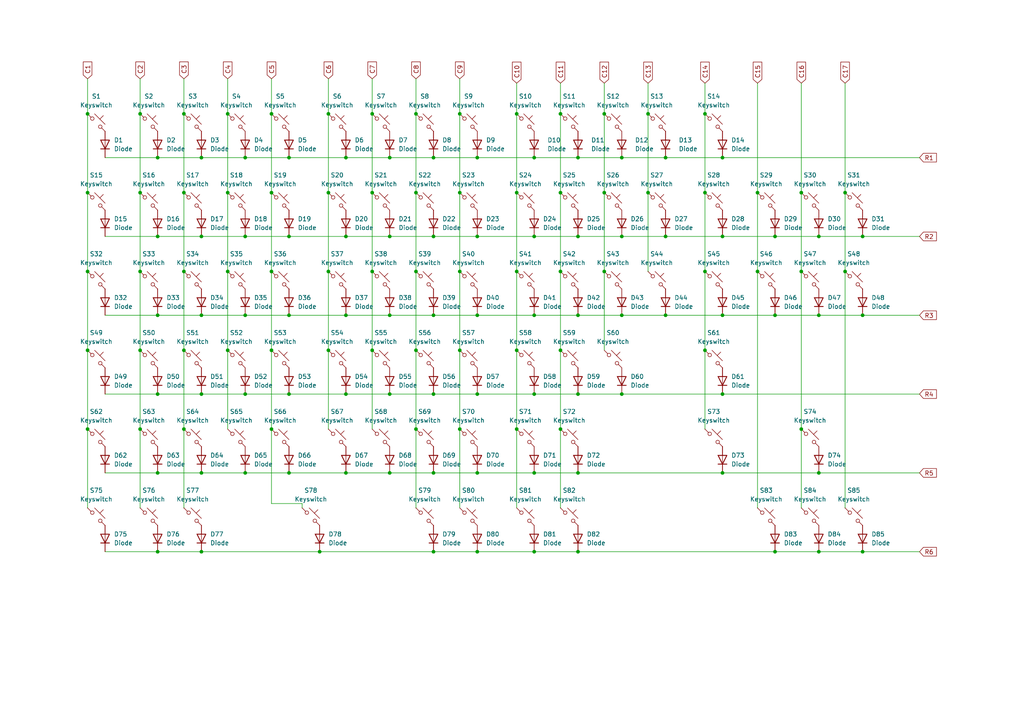
<source format=kicad_sch>
(kicad_sch (version 20231120) (generator "eeschema") (generator_version "8.0")
  (paper "A4")
  (junction (at 40.64 33.02))
  (junction (at 53.34 101.6))
  (junction (at 58.42 114.3))
  (junction (at 209.55 114.3))
  (junction (at 78.74 124.46))
  (junction (at 162.56 55.88))
  (junction (at 175.26 33.02))
  (junction (at 125.73 91.44))
  (junction (at 66.04 78.74))
  (junction (at 83.82 114.3))
  (junction (at 83.82 45.72))
  (junction (at 53.34 33.02))
  (junction (at 113.03 68.58))
  (junction (at 219.71 55.88))
  (junction (at 167.64 114.3))
  (junction (at 180.34 45.72))
  (junction (at 125.73 68.58))
  (junction (at 133.35 101.6))
  (junction (at 245.11 55.88))
  (junction (at 113.03 137.16))
  (junction (at 58.42 91.44))
  (junction (at 120.65 78.74))
  (junction (at 149.86 33.02))
  (junction (at 120.65 55.88))
  (junction (at 120.65 124.46))
  (junction (at 237.49 137.16))
  (junction (at 232.41 78.74))
  (junction (at 107.95 33.02))
  (junction (at 154.94 91.44))
  (junction (at 162.56 78.74))
  (junction (at 180.34 68.58))
  (junction (at 120.65 101.6))
  (junction (at 167.64 91.44))
  (junction (at 40.64 101.6))
  (junction (at 180.34 114.3))
  (junction (at 175.26 55.88))
  (junction (at 138.43 114.3))
  (junction (at 237.49 91.44))
  (junction (at 45.72 137.16))
  (junction (at 71.12 68.58))
  (junction (at 204.47 33.02))
  (junction (at 95.25 101.6))
  (junction (at 66.04 101.6))
  (junction (at 113.03 91.44))
  (junction (at 25.4 55.88))
  (junction (at 25.4 124.46))
  (junction (at 167.64 160.02))
  (junction (at 162.56 101.6))
  (junction (at 107.95 55.88))
  (junction (at 113.03 114.3))
  (junction (at 209.55 91.44))
  (junction (at 58.42 160.02))
  (junction (at 232.41 124.46))
  (junction (at 133.35 78.74))
  (junction (at 219.71 78.74))
  (junction (at 237.49 68.58))
  (junction (at 78.74 33.02))
  (junction (at 71.12 137.16))
  (junction (at 154.94 114.3))
  (junction (at 66.04 33.02))
  (junction (at 133.35 33.02))
  (junction (at 187.96 33.02))
  (junction (at 209.55 45.72))
  (junction (at 138.43 137.16))
  (junction (at 250.19 68.58))
  (junction (at 193.04 45.72))
  (junction (at 204.47 55.88))
  (junction (at 167.64 68.58))
  (junction (at 167.64 45.72))
  (junction (at 167.64 137.16))
  (junction (at 138.43 45.72))
  (junction (at 224.79 91.44))
  (junction (at 180.34 91.44))
  (junction (at 25.4 101.6))
  (junction (at 245.11 78.74))
  (junction (at 45.72 68.58))
  (junction (at 154.94 137.16))
  (junction (at 45.72 45.72))
  (junction (at 58.42 137.16))
  (junction (at 71.12 91.44))
  (junction (at 66.04 55.88))
  (junction (at 149.86 124.46))
  (junction (at 40.64 124.46))
  (junction (at 58.42 68.58))
  (junction (at 133.35 55.88))
  (junction (at 95.25 78.74))
  (junction (at 154.94 68.58))
  (junction (at 83.82 91.44))
  (junction (at 193.04 68.58))
  (junction (at 138.43 68.58))
  (junction (at 204.47 78.74))
  (junction (at 138.43 91.44))
  (junction (at 162.56 124.46))
  (junction (at 53.34 78.74))
  (junction (at 154.94 160.02))
  (junction (at 125.73 137.16))
  (junction (at 209.55 137.16))
  (junction (at 125.73 160.02))
  (junction (at 25.4 33.02))
  (junction (at 162.56 33.02))
  (junction (at 83.82 68.58))
  (junction (at 95.25 33.02))
  (junction (at 53.34 55.88))
  (junction (at 250.19 160.02))
  (junction (at 100.33 137.16))
  (junction (at 100.33 91.44))
  (junction (at 133.35 124.46))
  (junction (at 187.96 55.88))
  (junction (at 125.73 45.72))
  (junction (at 138.43 160.02))
  (junction (at 149.86 78.74))
  (junction (at 149.86 55.88))
  (junction (at 224.79 160.02))
  (junction (at 175.26 78.74))
  (junction (at 45.72 91.44))
  (junction (at 40.64 78.74))
  (junction (at 95.25 55.88))
  (junction (at 193.04 91.44))
  (junction (at 250.19 91.44))
  (junction (at 100.33 68.58))
  (junction (at 53.34 124.46))
  (junction (at 100.33 45.72))
  (junction (at 92.71 160.02))
  (junction (at 232.41 55.88))
  (junction (at 71.12 114.3))
  (junction (at 71.12 45.72))
  (junction (at 25.4 78.74))
  (junction (at 100.33 114.3))
  (junction (at 224.79 68.58))
  (junction (at 237.49 160.02))
  (junction (at 78.74 78.74))
  (junction (at 149.86 101.6))
  (junction (at 209.55 68.58))
  (junction (at 113.03 45.72))
  (junction (at 58.42 45.72))
  (junction (at 154.94 45.72))
  (junction (at 78.74 55.88))
  (junction (at 107.95 78.74))
  (junction (at 120.65 33.02))
  (junction (at 107.95 101.6))
  (junction (at 78.74 101.6))
  (junction (at 125.73 114.3))
  (junction (at 204.47 101.6))
  (junction (at 83.82 137.16))
  (junction (at 45.72 114.3))
  (junction (at 45.72 160.02))
  (junction (at 40.64 55.88))
  (wire (pts (xy 167.64 91.44) (xy 180.34 91.44)))
  (wire (pts (xy 237.49 68.58) (xy 250.19 68.58)))
  (wire (pts (xy 71.12 68.58) (xy 83.82 68.58)))
  (wire (pts (xy 25.4 22.86) (xy 25.4 33.02)))
  (wire (pts (xy 66.04 55.88) (xy 66.04 78.74)))
  (wire (pts (xy 83.82 91.44) (xy 100.33 91.44)))
  (wire (pts (xy 120.65 78.74) (xy 120.65 101.6)))
  (wire (pts (xy 209.55 68.58) (xy 224.79 68.58)))
  (wire (pts (xy 187.96 55.88) (xy 187.96 78.74)))
  (wire (pts (xy 154.94 91.44) (xy 167.64 91.44)))
  (wire (pts (xy 25.4 55.88) (xy 25.4 78.74)))
  (wire (pts (xy 87.63 146.05) (xy 78.74 146.05)))
  (wire (pts (xy 58.42 45.72) (xy 71.12 45.72)))
  (wire (pts (xy 149.86 33.02) (xy 149.86 55.88)))
  (wire (pts (xy 107.95 101.6) (xy 107.95 124.46)))
  (wire (pts (xy 138.43 91.44) (xy 154.94 91.44)))
  (wire (pts (xy 245.11 55.88) (xy 245.11 78.74)))
  (wire (pts (xy 45.72 114.3) (xy 58.42 114.3)))
  (wire (pts (xy 107.95 22.86) (xy 107.95 33.02)))
  (wire (pts (xy 125.73 91.44) (xy 138.43 91.44)))
  (wire (pts (xy 53.34 22.86) (xy 53.34 33.02)))
  (wire (pts (xy 40.64 78.74) (xy 40.64 101.6)))
  (wire (pts (xy 95.25 55.88) (xy 95.25 78.74)))
  (wire (pts (xy 78.74 33.02) (xy 78.74 55.88)))
  (wire (pts (xy 66.04 101.6) (xy 66.04 124.46)))
  (wire (pts (xy 30.48 91.44) (xy 45.72 91.44)))
  (wire (pts (xy 167.64 114.3) (xy 180.34 114.3)))
  (wire (pts (xy 167.64 137.16) (xy 209.55 137.16)))
  (wire (pts (xy 113.03 114.3) (xy 125.73 114.3)))
  (wire (pts (xy 45.72 68.58) (xy 58.42 68.58)))
  (wire (pts (xy 154.94 45.72) (xy 167.64 45.72)))
  (wire (pts (xy 120.65 55.88) (xy 120.65 78.74)))
  (wire (pts (xy 125.73 68.58) (xy 138.43 68.58)))
  (wire (pts (xy 40.64 124.46) (xy 40.64 147.32)))
  (wire (pts (xy 95.25 33.02) (xy 95.25 55.88)))
  (wire (pts (xy 138.43 160.02) (xy 154.94 160.02)))
  (wire (pts (xy 149.86 55.88) (xy 149.86 78.74)))
  (wire (pts (xy 138.43 68.58) (xy 154.94 68.58)))
  (wire (pts (xy 180.34 114.3) (xy 209.55 114.3)))
  (wire (pts (xy 154.94 68.58) (xy 167.64 68.58)))
  (wire (pts (xy 224.79 68.58) (xy 237.49 68.58)))
  (wire (pts (xy 138.43 45.72) (xy 154.94 45.72)))
  (wire (pts (xy 175.26 55.88) (xy 175.26 78.74)))
  (wire (pts (xy 30.48 160.02) (xy 45.72 160.02)))
  (wire (pts (xy 95.25 78.74) (xy 95.25 101.6)))
  (wire (pts (xy 209.55 91.44) (xy 224.79 91.44)))
  (wire (pts (xy 53.34 124.46) (xy 53.34 147.32)))
  (wire (pts (xy 120.65 22.86) (xy 120.65 33.02)))
  (wire (pts (xy 78.74 78.74) (xy 78.74 101.6)))
  (wire (pts (xy 58.42 68.58) (xy 71.12 68.58)))
  (wire (pts (xy 138.43 114.3) (xy 154.94 114.3)))
  (wire (pts (xy 113.03 45.72) (xy 125.73 45.72)))
  (wire (pts (xy 162.56 33.02) (xy 162.56 55.88)))
  (wire (pts (xy 30.48 114.3) (xy 45.72 114.3)))
  (wire (pts (xy 78.74 146.05) (xy 78.74 124.46)))
  (wire (pts (xy 53.34 78.74) (xy 53.34 101.6)))
  (wire (pts (xy 66.04 33.02) (xy 66.04 55.88)))
  (wire (pts (xy 224.79 160.02) (xy 237.49 160.02)))
  (wire (pts (xy 83.82 45.72) (xy 100.33 45.72)))
  (wire (pts (xy 204.47 24.13) (xy 204.47 33.02)))
  (wire (pts (xy 154.94 160.02) (xy 167.64 160.02)))
  (wire (pts (xy 45.72 45.72) (xy 58.42 45.72)))
  (wire (pts (xy 224.79 91.44) (xy 237.49 91.44)))
  (wire (pts (xy 95.25 22.86) (xy 95.25 33.02)))
  (wire (pts (xy 25.4 101.6) (xy 25.4 124.46)))
  (wire (pts (xy 78.74 22.86) (xy 78.74 33.02)))
  (wire (pts (xy 180.34 45.72) (xy 193.04 45.72)))
  (wire (pts (xy 58.42 137.16) (xy 71.12 137.16)))
  (wire (pts (xy 250.19 68.58) (xy 266.7 68.58)))
  (wire (pts (xy 149.86 124.46) (xy 149.86 147.32)))
  (wire (pts (xy 232.41 124.46) (xy 232.41 147.32)))
  (wire (pts (xy 204.47 78.74) (xy 204.47 101.6)))
  (wire (pts (xy 232.41 24.13) (xy 232.41 55.88)))
  (wire (pts (xy 83.82 114.3) (xy 100.33 114.3)))
  (wire (pts (xy 209.55 45.72) (xy 266.7 45.72)))
  (wire (pts (xy 92.71 160.02) (xy 125.73 160.02)))
  (wire (pts (xy 232.41 55.88) (xy 232.41 78.74)))
  (wire (pts (xy 25.4 33.02) (xy 25.4 55.88)))
  (wire (pts (xy 162.56 101.6) (xy 162.56 124.46)))
  (wire (pts (xy 107.95 55.88) (xy 107.95 78.74)))
  (wire (pts (xy 219.71 78.74) (xy 219.71 147.32)))
  (wire (pts (xy 193.04 68.58) (xy 209.55 68.58)))
  (wire (pts (xy 100.33 91.44) (xy 113.03 91.44)))
  (wire (pts (xy 219.71 24.13) (xy 219.71 55.88)))
  (wire (pts (xy 113.03 91.44) (xy 125.73 91.44)))
  (wire (pts (xy 209.55 137.16) (xy 237.49 137.16)))
  (wire (pts (xy 237.49 91.44) (xy 250.19 91.44)))
  (wire (pts (xy 133.35 33.02) (xy 133.35 55.88)))
  (wire (pts (xy 167.64 160.02) (xy 224.79 160.02)))
  (wire (pts (xy 125.73 114.3) (xy 138.43 114.3)))
  (wire (pts (xy 245.11 24.13) (xy 245.11 55.88)))
  (wire (pts (xy 113.03 137.16) (xy 125.73 137.16)))
  (wire (pts (xy 180.34 91.44) (xy 193.04 91.44)))
  (wire (pts (xy 175.26 24.13) (xy 175.26 33.02)))
  (wire (pts (xy 204.47 101.6) (xy 204.47 124.46)))
  (wire (pts (xy 71.12 91.44) (xy 83.82 91.44)))
  (wire (pts (xy 53.34 33.02) (xy 53.34 55.88)))
  (wire (pts (xy 120.65 33.02) (xy 120.65 55.88)))
  (wire (pts (xy 175.26 33.02) (xy 175.26 55.88)))
  (wire (pts (xy 100.33 114.3) (xy 113.03 114.3)))
  (wire (pts (xy 25.4 78.74) (xy 25.4 101.6)))
  (wire (pts (xy 193.04 45.72) (xy 209.55 45.72)))
  (wire (pts (xy 125.73 45.72) (xy 138.43 45.72)))
  (wire (pts (xy 187.96 33.02) (xy 187.96 55.88)))
  (wire (pts (xy 209.55 114.3) (xy 266.7 114.3)))
  (wire (pts (xy 162.56 78.74) (xy 162.56 101.6)))
  (wire (pts (xy 66.04 78.74) (xy 66.04 101.6)))
  (wire (pts (xy 237.49 160.02) (xy 250.19 160.02)))
  (wire (pts (xy 107.95 78.74) (xy 107.95 101.6)))
  (wire (pts (xy 71.12 114.3) (xy 83.82 114.3)))
  (wire (pts (xy 120.65 124.46) (xy 120.65 147.32)))
  (wire (pts (xy 237.49 137.16) (xy 266.7 137.16)))
  (wire (pts (xy 175.26 78.74) (xy 175.26 101.6)))
  (wire (pts (xy 53.34 101.6) (xy 53.34 124.46)))
  (wire (pts (xy 232.41 78.74) (xy 232.41 124.46)))
  (wire (pts (xy 30.48 45.72) (xy 45.72 45.72)))
  (wire (pts (xy 167.64 45.72) (xy 180.34 45.72)))
  (wire (pts (xy 154.94 114.3) (xy 167.64 114.3)))
  (wire (pts (xy 138.43 137.16) (xy 154.94 137.16)))
  (wire (pts (xy 180.34 68.58) (xy 193.04 68.58)))
  (wire (pts (xy 78.74 55.88) (xy 78.74 78.74)))
  (wire (pts (xy 162.56 124.46) (xy 162.56 147.32)))
  (wire (pts (xy 83.82 68.58) (xy 100.33 68.58)))
  (wire (pts (xy 133.35 22.86) (xy 133.35 33.02)))
  (wire (pts (xy 95.25 101.6) (xy 95.25 124.46)))
  (wire (pts (xy 45.72 160.02) (xy 58.42 160.02)))
  (wire (pts (xy 125.73 160.02) (xy 138.43 160.02)))
  (wire (pts (xy 120.65 101.6) (xy 120.65 124.46)))
  (wire (pts (xy 149.86 101.6) (xy 149.86 124.46)))
  (wire (pts (xy 149.86 78.74) (xy 149.86 101.6)))
  (wire (pts (xy 100.33 68.58) (xy 113.03 68.58)))
  (wire (pts (xy 125.73 137.16) (xy 138.43 137.16)))
  (wire (pts (xy 162.56 55.88) (xy 162.56 78.74)))
  (wire (pts (xy 266.7 160.02) (xy 250.19 160.02)))
  (wire (pts (xy 100.33 137.16) (xy 113.03 137.16)))
  (wire (pts (xy 149.86 24.13) (xy 149.86 33.02)))
  (wire (pts (xy 87.63 146.05) (xy 87.63 147.32)))
  (wire (pts (xy 45.72 137.16) (xy 58.42 137.16)))
  (wire (pts (xy 204.47 33.02) (xy 204.47 55.88)))
  (wire (pts (xy 71.12 137.16) (xy 83.82 137.16)))
  (wire (pts (xy 58.42 160.02) (xy 92.71 160.02)))
  (wire (pts (xy 78.74 101.6) (xy 78.74 124.46)))
  (wire (pts (xy 66.04 22.86) (xy 66.04 33.02)))
  (wire (pts (xy 53.34 55.88) (xy 53.34 78.74)))
  (wire (pts (xy 25.4 124.46) (xy 25.4 147.32)))
  (wire (pts (xy 40.64 22.86) (xy 40.64 33.02)))
  (wire (pts (xy 219.71 55.88) (xy 219.71 78.74)))
  (wire (pts (xy 40.64 101.6) (xy 40.64 124.46)))
  (wire (pts (xy 133.35 55.88) (xy 133.35 78.74)))
  (wire (pts (xy 30.48 68.58) (xy 45.72 68.58)))
  (wire (pts (xy 193.04 91.44) (xy 209.55 91.44)))
  (wire (pts (xy 45.72 91.44) (xy 58.42 91.44)))
  (wire (pts (xy 204.47 55.88) (xy 204.47 78.74)))
  (wire (pts (xy 40.64 33.02) (xy 40.64 55.88)))
  (wire (pts (xy 100.33 45.72) (xy 113.03 45.72)))
  (wire (pts (xy 167.64 68.58) (xy 180.34 68.58)))
  (wire (pts (xy 133.35 124.46) (xy 133.35 147.32)))
  (wire (pts (xy 133.35 101.6) (xy 133.35 124.46)))
  (wire (pts (xy 250.19 91.44) (xy 266.7 91.44)))
  (wire (pts (xy 245.11 78.74) (xy 245.11 147.32)))
  (wire (pts (xy 154.94 137.16) (xy 167.64 137.16)))
  (wire (pts (xy 133.35 78.74) (xy 133.35 101.6)))
  (wire (pts (xy 113.03 68.58) (xy 125.73 68.58)))
  (wire (pts (xy 40.64 55.88) (xy 40.64 78.74)))
  (wire (pts (xy 58.42 114.3) (xy 71.12 114.3)))
  (wire (pts (xy 30.48 137.16) (xy 45.72 137.16)))
  (wire (pts (xy 107.95 33.02) (xy 107.95 55.88)))
  (wire (pts (xy 58.42 91.44) (xy 71.12 91.44)))
  (wire (pts (xy 83.82 137.16) (xy 100.33 137.16)))
  (wire (pts (xy 162.56 24.13) (xy 162.56 33.02)))
  (wire (pts (xy 187.96 24.13) (xy 187.96 33.02)))
  (wire (pts (xy 71.12 45.72) (xy 83.82 45.72)))
  (global_label "R3" (shape input) (at 266.7 91.44 0) (property "Intersheetrefs" "${INTERSHEET_REFS}" (effects (hide yes))))
  (global_label "C14" (shape input) (at 204.47 24.13 90) (property "Intersheetrefs" "${INTERSHEET_REFS}" (effects (hide yes))))
  (global_label "C12" (shape input) (at 175.26 24.13 90) (property "Intersheetrefs" "${INTERSHEET_REFS}" (effects (hide yes))))
  (global_label "R2" (shape input) (at 266.7 68.58 0) (property "Intersheetrefs" "${INTERSHEET_REFS}" (effects (hide yes))))
  (global_label "C7" (shape input) (at 107.95 22.86 90) (property "Intersheetrefs" "${INTERSHEET_REFS}" (effects (hide yes))))
  (global_label "C5" (shape input) (at 78.74 22.86 90) (property "Intersheetrefs" "${INTERSHEET_REFS}" (effects (hide yes))))
  (global_label "C9" (shape input) (at 133.35 22.86 90) (property "Intersheetrefs" "${INTERSHEET_REFS}" (effects (hide yes))))
  (global_label "R5" (shape input) (at 266.7 137.16 0) (property "Intersheetrefs" "${INTERSHEET_REFS}" (effects (hide yes))))
  (global_label "C8" (shape input) (at 120.65 22.86 90) (property "Intersheetrefs" "${INTERSHEET_REFS}" (effects (hide yes))))
  (global_label "C10" (shape input) (at 149.86 24.13 90) (property "Intersheetrefs" "${INTERSHEET_REFS}" (effects (hide yes))))
  (global_label "C16" (shape input) (at 232.41 24.13 90) (property "Intersheetrefs" "${INTERSHEET_REFS}" (effects (hide yes))))
  (global_label "C15" (shape input) (at 219.71 24.13 90) (property "Intersheetrefs" "${INTERSHEET_REFS}" (effects (hide yes))))
  (global_label "C6" (shape input) (at 95.25 22.86 90) (property "Intersheetrefs" "${INTERSHEET_REFS}" (effects (hide yes))))
  (global_label "C3" (shape input) (at 53.34 22.86 90) (property "Intersheetrefs" "${INTERSHEET_REFS}" (effects (hide yes))))
  (global_label "C11" (shape input) (at 162.56 24.13 90) (property "Intersheetrefs" "${INTERSHEET_REFS}" (effects (hide yes))))
  (global_label "R6" (shape input) (at 266.7 160.02 0) (property "Intersheetrefs" "${INTERSHEET_REFS}" (effects (hide yes))))
  (global_label "C17" (shape input) (at 245.11 24.13 90) (property "Intersheetrefs" "${INTERSHEET_REFS}" (effects (hide yes))))
  (global_label "C13" (shape input) (at 187.96 24.13 90) (property "Intersheetrefs" "${INTERSHEET_REFS}" (effects (hide yes))))
  (global_label "R4" (shape input) (at 266.7 114.3 0) (property "Intersheetrefs" "${INTERSHEET_REFS}" (effects (hide yes))))
  (global_label "C4" (shape input) (at 66.04 22.86 90) (property "Intersheetrefs" "${INTERSHEET_REFS}" (effects (hide yes))))
  (global_label "C2" (shape input) (at 40.64 22.86 90) (property "Intersheetrefs" "${INTERSHEET_REFS}" (effects (hide yes))))
  (global_label "R1" (shape input) (at 266.7 45.72 0) (property "Intersheetrefs" "${INTERSHEET_REFS}" (effects (hide yes))))
  (global_label "C1" (shape input) (at 25.4 22.86 90) (property "Intersheetrefs" "${INTERSHEET_REFS}" (effects (hide yes))))
  (symbol (lib_id "ScottoKeebs:Placeholder_Keyswitch") (at 43.18 104.14 0) (unit 1)
    (property "Reference" "S50" (at 43.18 96.52 0))
    (property "Value" "Keyswitch" (at 43.18 99.06 0))
    (property "Footprint" "Button_Switch_Keyboard:SW_Cherry_MX_1.00u_PCB" (effects (hide yes)))
    (property "Description" "Push button switch, normally open, two pins, 45° tilted" (effects (hide yes)))
  )
  (symbol (lib_id "ScottoKeebs:Placeholder_Diode") (at 45.72 133.35 90) (unit 1)
    (property "Reference" "D63" (at 48.26 132.0799 90) (effects (justify right)))
    (property "Value" "Diode" (at 48.26 134.6199 90) (effects (justify right)))
    (property "Footprint" "ScottoKeebs_Components:Diode_SOD-123" (effects (hide yes)))
    (property "Description" "1N4148 (DO-35) or 1N4148W (SOD-123)" (effects (hide yes)))
    (property "Sim.Device" "D" (effects (hide yes)))
    (property "Sim.Pins" "1=K 2=A" (effects (hide yes)))
  )
  (symbol (lib_id "ScottoKeebs:Placeholder_Diode") (at 30.48 110.49 90) (unit 1)
    (property "Reference" "D49" (at 33.02 109.2199 90) (effects (justify right)))
    (property "Value" "Diode" (at 33.02 111.7599 90) (effects (justify right)))
    (property "Footprint" "ScottoKeebs_Components:Diode_SOD-123" (effects (hide yes)))
    (property "Description" "1N4148 (DO-35) or 1N4148W (SOD-123)" (effects (hide yes)))
    (property "Sim.Device" "D" (effects (hide yes)))
    (property "Sim.Pins" "1=K 2=A" (effects (hide yes)))
  )
  (symbol (lib_id "ScottoKeebs:Placeholder_Diode") (at 71.12 133.35 90) (unit 1)
    (property "Reference" "D65" (at 73.66 132.0799 90) (effects (justify right)))
    (property "Value" "Diode" (at 73.66 134.6199 90) (effects (justify right)))
    (property "Footprint" "ScottoKeebs_Components:Diode_SOD-123" (effects (hide yes)))
    (property "Description" "1N4148 (DO-35) or 1N4148W (SOD-123)" (effects (hide yes)))
    (property "Sim.Device" "D" (effects (hide yes)))
    (property "Sim.Pins" "1=K 2=A" (effects (hide yes)))
  )
  (symbol (lib_id "ScottoKeebs:Placeholder_Keyswitch") (at 165.1 127 0) (unit 1)
    (property "Reference" "S72" (at 165.1 119.38 0))
    (property "Value" "Keyswitch" (at 165.1 121.92 0))
    (property "Footprint" "Button_Switch_Keyboard:SW_Cherry_MX_1.00u_PCB" (effects (hide yes)))
    (property "Description" "Push button switch, normally open, two pins, 45° tilted" (effects (hide yes)))
  )
  (symbol (lib_id "ScottoKeebs:Placeholder_Keyswitch") (at 207.01 35.56 0) (unit 1)
    (property "Reference" "S14" (at 207.01 27.94 0))
    (property "Value" "Keyswitch" (at 207.01 30.48 0))
    (property "Footprint" "Button_Switch_Keyboard:SW_Cherry_MX_1.00u_PCB" (effects (hide yes)))
    (property "Description" "Push button switch, normally open, two pins, 45° tilted" (effects (hide yes)))
  )
  (symbol (lib_id "ScottoKeebs:Placeholder_Diode") (at 71.12 41.91 90) (unit 1)
    (property "Reference" "D4" (at 73.66 40.6399 90) (effects (justify right)))
    (property "Value" "Diode" (at 73.66 43.1799 90) (effects (justify right)))
    (property "Footprint" "ScottoKeebs_Components:Diode_SOD-123" (effects (hide yes)))
    (property "Description" "1N4148 (DO-35) or 1N4148W (SOD-123)" (effects (hide yes)))
    (property "Sim.Device" "D" (effects (hide yes)))
    (property "Sim.Pins" "1=K 2=A" (effects (hide yes)))
  )
  (symbol (lib_id "ScottoKeebs:Placeholder_Keyswitch") (at 43.18 127 0) (unit 1)
    (property "Reference" "S63" (at 43.18 119.38 0))
    (property "Value" "Keyswitch" (at 43.18 121.92 0))
    (property "Footprint" "Button_Switch_Keyboard:SW_Cherry_MX_1.00u_PCB" (effects (hide yes)))
    (property "Description" "Push button switch, normally open, two pins, 45° tilted" (effects (hide yes)))
  )
  (symbol (lib_id "ScottoKeebs:Placeholder_Diode") (at 167.64 110.49 90) (unit 1)
    (property "Reference" "D59" (at 170.18 109.2199 90) (effects (justify right)))
    (property "Value" "Diode" (at 170.18 111.7599 90) (effects (justify right)))
    (property "Footprint" "ScottoKeebs_Components:Diode_SOD-123" (effects (hide yes)))
    (property "Description" "1N4148 (DO-35) or 1N4148W (SOD-123)" (effects (hide yes)))
    (property "Sim.Device" "D" (effects (hide yes)))
    (property "Sim.Pins" "1=K 2=A" (effects (hide yes)))
  )
  (symbol (lib_id "ScottoKeebs:Placeholder_Keyswitch") (at 222.25 149.86 0) (unit 1)
    (property "Reference" "S83" (at 222.25 142.24 0))
    (property "Value" "Keyswitch" (at 222.25 144.78 0))
    (property "Footprint" "Button_Switch_Keyboard:SW_Cherry_MX_1.00u_PCB" (effects (hide yes)))
    (property "Description" "Push button switch, normally open, two pins, 45° tilted" (effects (hide yes)))
  )
  (symbol (lib_id "ScottoKeebs:Placeholder_Diode") (at 224.79 87.63 90) (unit 1)
    (property "Reference" "D46" (at 227.33 86.3599 90) (effects (justify right)))
    (property "Value" "Diode" (at 227.33 88.8999 90) (effects (justify right)))
    (property "Footprint" "ScottoKeebs_Components:Diode_SOD-123" (effects (hide yes)))
    (property "Description" "1N4148 (DO-35) or 1N4148W (SOD-123)" (effects (hide yes)))
    (property "Sim.Device" "D" (effects (hide yes)))
    (property "Sim.Pins" "1=K 2=A" (effects (hide yes)))
  )
  (symbol (lib_id "ScottoKeebs:Placeholder_Keyswitch") (at 27.94 81.28 0) (unit 1)
    (property "Reference" "S32" (at 27.94 73.66 0))
    (property "Value" "Keyswitch" (at 27.94 76.2 0))
    (property "Footprint" "Button_Switch_Keyboard:SW_Cherry_MX_1.50u_PCB" (effects (hide yes)))
    (property "Description" "Push button switch, normally open, two pins, 45° tilted" (effects (hide yes)))
  )
  (symbol (lib_id "ScottoKeebs:Placeholder_Keyswitch") (at 110.49 58.42 0) (unit 1)
    (property "Reference" "S21" (at 110.49 50.8 0))
    (property "Value" "Keyswitch" (at 110.49 53.34 0))
    (property "Footprint" "Button_Switch_Keyboard:SW_Cherry_MX_1.00u_PCB" (effects (hide yes)))
    (property "Description" "Push button switch, normally open, two pins, 45° tilted" (effects (hide yes)))
  )
  (symbol (lib_id "ScottoKeebs:Placeholder_Diode") (at 167.64 133.35 90) (unit 1)
    (property "Reference" "D72" (at 170.18 132.0799 90) (effects (justify right)))
    (property "Value" "Diode" (at 170.18 134.6199 90) (effects (justify right)))
    (property "Footprint" "ScottoKeebs_Components:Diode_SOD-123" (effects (hide yes)))
    (property "Description" "1N4148 (DO-35) or 1N4148W (SOD-123)" (effects (hide yes)))
    (property "Sim.Device" "D" (effects (hide yes)))
    (property "Sim.Pins" "1=K 2=A" (effects (hide yes)))
  )
  (symbol (lib_id "ScottoKeebs:Placeholder_Diode") (at 30.48 133.35 90) (unit 1)
    (property "Reference" "D62" (at 33.02 132.0799 90) (effects (justify right)))
    (property "Value" "Diode" (at 33.02 134.6199 90) (effects (justify right)))
    (property "Footprint" "ScottoKeebs_Components:Diode_SOD-123" (effects (hide yes)))
    (property "Description" "1N4148 (DO-35) or 1N4148W (SOD-123)" (effects (hide yes)))
    (property "Sim.Device" "D" (effects (hide yes)))
    (property "Sim.Pins" "1=K 2=A" (effects (hide yes)))
  )
  (symbol (lib_id "ScottoKeebs:Placeholder_Keyswitch") (at 55.88 127 0) (unit 1)
    (property "Reference" "S64" (at 55.88 119.38 0))
    (property "Value" "Keyswitch" (at 55.88 121.92 0))
    (property "Footprint" "Button_Switch_Keyboard:SW_Cherry_MX_1.00u_PCB" (effects (hide yes)))
    (property "Description" "Push button switch, normally open, two pins, 45° tilted" (effects (hide yes)))
  )
  (symbol (lib_id "ScottoKeebs:Placeholder_Keyswitch") (at 97.79 81.28 0) (unit 1)
    (property "Reference" "S37" (at 97.79 73.66 0))
    (property "Value" "Keyswitch" (at 97.79 76.2 0))
    (property "Footprint" "Button_Switch_Keyboard:SW_Cherry_MX_1.00u_PCB" (effects (hide yes)))
    (property "Description" "Push button switch, normally open, two pins, 45° tilted" (effects (hide yes)))
  )
  (symbol (lib_id "ScottoKeebs:Placeholder_Keyswitch") (at 152.4 58.42 0) (unit 1)
    (property "Reference" "S24" (at 152.4 50.8 0))
    (property "Value" "Keyswitch" (at 152.4 53.34 0))
    (property "Footprint" "Button_Switch_Keyboard:SW_Cherry_MX_1.00u_PCB" (effects (hide yes)))
    (property "Description" "Push button switch, normally open, two pins, 45° tilted" (effects (hide yes)))
  )
  (symbol (lib_id "ScottoKeebs:Placeholder_Keyswitch") (at 110.49 81.28 0) (unit 1)
    (property "Reference" "S38" (at 110.49 73.66 0))
    (property "Value" "Keyswitch" (at 110.49 76.2 0))
    (property "Footprint" "Button_Switch_Keyboard:SW_Cherry_MX_1.00u_PCB" (effects (hide yes)))
    (property "Description" "Push button switch, normally open, two pins, 45° tilted" (effects (hide yes)))
  )
  (symbol (lib_id "ScottoKeebs:Placeholder_Keyswitch") (at 165.1 149.86 0) (unit 1)
    (property "Reference" "S82" (at 165.1 142.24 0))
    (property "Value" "Keyswitch" (at 165.1 144.78 0))
    (property "Footprint" "Button_Switch_Keyboard:SW_Cherry_MX_1.25u_PCB" (effects (hide yes)))
    (property "Description" "Push button switch, normally open, two pins, 45° tilted" (effects (hide yes)))
  )
  (symbol (lib_id "ScottoKeebs:Placeholder_Keyswitch") (at 165.1 104.14 0) (unit 1)
    (property "Reference" "S59" (at 165.1 96.52 0))
    (property "Value" "Keyswitch" (at 165.1 99.06 0))
    (property "Footprint" "Button_Switch_Keyboard:SW_Cherry_MX_1.00u_PCB" (effects (hide yes)))
    (property "Description" "Push button switch, normally open, two pins, 45° tilted" (effects (hide yes)))
  )
  (symbol (lib_id "ScottoKeebs:Placeholder_Diode") (at 45.72 41.91 90) (unit 1)
    (property "Reference" "D2" (at 48.26 40.6399 90) (effects (justify right)))
    (property "Value" "Diode" (at 48.26 43.1799 90) (effects (justify right)))
    (property "Footprint" "ScottoKeebs_Components:Diode_SOD-123" (effects (hide yes)))
    (property "Description" "1N4148 (DO-35) or 1N4148W (SOD-123)" (effects (hide yes)))
    (property "Sim.Device" "D" (effects (hide yes)))
    (property "Sim.Pins" "1=K 2=A" (effects (hide yes)))
  )
  (symbol (lib_id "ScottoKeebs:Placeholder_Keyswitch") (at 123.19 127 0) (unit 1)
    (property "Reference" "S69" (at 123.19 119.38 0))
    (property "Value" "Keyswitch" (at 123.19 121.92 0))
    (property "Footprint" "Button_Switch_Keyboard:SW_Cherry_MX_1.00u_PCB" (effects (hide yes)))
    (property "Description" "Push button switch, normally open, two pins, 45° tilted" (effects (hide yes)))
  )
  (symbol (lib_id "ScottoKeebs:Placeholder_Keyswitch") (at 234.95 81.28 0) (unit 1)
    (property "Reference" "S47" (at 234.95 73.66 0))
    (property "Value" "Keyswitch" (at 234.95 76.2 0))
    (property "Footprint" "Button_Switch_Keyboard:SW_Cherry_MX_1.00u_PCB" (effects (hide yes)))
    (property "Description" "Push button switch, normally open, two pins, 45° tilted" (effects (hide yes)))
  )
  (symbol (lib_id "ScottoKeebs:Placeholder_Diode") (at 58.42 110.49 90) (unit 1)
    (property "Reference" "D51" (at 60.96 109.2199 90) (effects (justify right)))
    (property "Value" "Diode" (at 60.96 111.7599 90) (effects (justify right)))
    (property "Footprint" "ScottoKeebs_Components:Diode_SOD-123" (effects (hide yes)))
    (property "Description" "1N4148 (DO-35) or 1N4148W (SOD-123)" (effects (hide yes)))
    (property "Sim.Device" "D" (effects (hide yes)))
    (property "Sim.Pins" "1=K 2=A" (effects (hide yes)))
  )
  (symbol (lib_id "ScottoKeebs:Placeholder_Diode") (at 138.43 156.21 90) (unit 1)
    (property "Reference" "D80" (at 140.97 154.9399 90) (effects (justify right)))
    (property "Value" "Diode" (at 140.97 157.4799 90) (effects (justify right)))
    (property "Footprint" "ScottoKeebs_Components:Diode_SOD-123" (effects (hide yes)))
    (property "Description" "1N4148 (DO-35) or 1N4148W (SOD-123)" (effects (hide yes)))
    (property "Sim.Device" "D" (effects (hide yes)))
    (property "Sim.Pins" "1=K 2=A" (effects (hide yes)))
  )
  (symbol (lib_id "ScottoKeebs:Placeholder_Keyswitch") (at 55.88 35.56 0) (unit 1)
    (property "Reference" "S3" (at 55.88 27.94 0))
    (property "Value" "Keyswitch" (at 55.88 30.48 0))
    (property "Footprint" "Button_Switch_Keyboard:SW_Cherry_MX_1.00u_PCB" (effects (hide yes)))
    (property "Description" "Push button switch, normally open, two pins, 45° tilted" (effects (hide yes)))
  )
  (symbol (lib_id "ScottoKeebs:Placeholder_Diode") (at 30.48 64.77 90) (unit 1)
    (property "Reference" "D15" (at 33.02 63.4999 90) (effects (justify right)))
    (property "Value" "Diode" (at 33.02 66.0399 90) (effects (justify right)))
    (property "Footprint" "ScottoKeebs_Components:Diode_SOD-123" (effects (hide yes)))
    (property "Description" "1N4148 (DO-35) or 1N4148W (SOD-123)" (effects (hide yes)))
    (property "Sim.Device" "D" (effects (hide yes)))
    (property "Sim.Pins" "1=K 2=A" (effects (hide yes)))
  )
  (symbol (lib_id "ScottoKeebs:Placeholder_Keyswitch") (at 247.65 58.42 0) (unit 1)
    (property "Reference" "S31" (at 247.65 50.8 0))
    (property "Value" "Keyswitch" (at 247.65 53.34 0))
    (property "Footprint" "Button_Switch_Keyboard:SW_Cherry_MX_1.00u_PCB" (effects (hide yes)))
    (property "Description" "Push button switch, normally open, two pins, 45° tilted" (effects (hide yes)))
  )
  (symbol (lib_id "ScottoKeebs:Placeholder_Diode") (at 167.64 41.91 90) (unit 1)
    (property "Reference" "D11" (at 171.45 40.6399 90) (effects (justify right)))
    (property "Value" "Diode" (at 171.45 43.1799 90) (effects (justify right)))
    (property "Footprint" "ScottoKeebs_Components:Diode_SOD-123" (effects (hide yes)))
    (property "Description" "1N4148 (DO-35) or 1N4148W (SOD-123)" (effects (hide yes)))
    (property "Sim.Device" "D" (effects (hide yes)))
    (property "Sim.Pins" "1=K 2=A" (effects (hide yes)))
  )
  (symbol (lib_id "ScottoKeebs:Placeholder_Diode") (at 125.73 156.21 90) (unit 1)
    (property "Reference" "D79" (at 128.27 154.9399 90) (effects (justify right)))
    (property "Value" "Diode" (at 128.27 157.4799 90) (effects (justify right)))
    (property "Footprint" "ScottoKeebs_Components:Diode_SOD-123" (effects (hide yes)))
    (property "Description" "1N4148 (DO-35) or 1N4148W (SOD-123)" (effects (hide yes)))
    (property "Sim.Device" "D" (effects (hide yes)))
    (property "Sim.Pins" "1=K 2=A" (effects (hide yes)))
  )
  (symbol (lib_id "ScottoKeebs:Placeholder_Diode") (at 250.19 156.21 90) (unit 1)
    (property "Reference" "D85" (at 252.73 154.9399 90) (effects (justify right)))
    (property "Value" "Diode" (at 252.73 157.4799 90) (effects (justify right)))
    (property "Footprint" "ScottoKeebs_Components:Diode_SOD-123" (effects (hide yes)))
    (property "Description" "1N4148 (DO-35) or 1N4148W (SOD-123)" (effects (hide yes)))
    (property "Sim.Device" "D" (effects (hide yes)))
    (property "Sim.Pins" "1=K 2=A" (effects (hide yes)))
  )
  (symbol (lib_id "ScottoKeebs:Placeholder_Diode") (at 113.03 110.49 90) (unit 1)
    (property "Reference" "D55" (at 115.57 109.2199 90) (effects (justify right)))
    (property "Value" "Diode" (at 115.57 111.7599 90) (effects (justify right)))
    (property "Footprint" "ScottoKeebs_Components:Diode_SOD-123" (effects (hide yes)))
    (property "Description" "1N4148 (DO-35) or 1N4148W (SOD-123)" (effects (hide yes)))
    (property "Sim.Device" "D" (effects (hide yes)))
    (property "Sim.Pins" "1=K 2=A" (effects (hide yes)))
  )
  (symbol (lib_id "ScottoKeebs:Placeholder_Diode") (at 180.34 64.77 90) (unit 1)
    (property "Reference" "D26" (at 182.88 63.4999 90) (effects (justify right)))
    (property "Value" "Diode" (at 182.88 66.0399 90) (effects (justify right)))
    (property "Footprint" "ScottoKeebs_Components:Diode_SOD-123" (effects (hide yes)))
    (property "Description" "1N4148 (DO-35) or 1N4148W (SOD-123)" (effects (hide yes)))
    (property "Sim.Device" "D" (effects (hide yes)))
    (property "Sim.Pins" "1=K 2=A" (effects (hide yes)))
  )
  (symbol (lib_id "ScottoKeebs:Placeholder_Keyswitch") (at 247.65 149.86 0) (unit 1)
    (property "Reference" "S85" (at 247.65 142.24 0))
    (property "Value" "Keyswitch" (at 247.65 144.78 0))
    (property "Footprint" "Button_Switch_Keyboard:SW_Cherry_MX_1.00u_PCB" (effects (hide yes)))
    (property "Description" "Push button switch, normally open, two pins, 45° tilted" (effects (hide yes)))
  )
  (symbol (lib_id "ScottoKeebs:Placeholder_Keyswitch") (at 190.5 58.42 0) (unit 1)
    (property "Reference" "S27" (at 190.5 50.8 0))
    (property "Value" "Keyswitch" (at 190.5 53.34 0))
    (property "Footprint" "Button_Switch_Keyboard:SW_Cherry_MX_1.00u_PCB" (effects (hide yes)))
    (property "Description" "Push button switch, normally open, two pins, 45° tilted" (effects (hide yes)))
  )
  (symbol (lib_id "ScottoKeebs:Placeholder_Diode") (at 113.03 64.77 90) (unit 1)
    (property "Reference" "D21" (at 115.57 63.4999 90) (effects (justify right)))
    (property "Value" "Diode" (at 115.57 66.0399 90) (effects (justify right)))
    (property "Footprint" "ScottoKeebs_Components:Diode_SOD-123" (effects (hide yes)))
    (property "Description" "1N4148 (DO-35) or 1N4148W (SOD-123)" (effects (hide yes)))
    (property "Sim.Device" "D" (effects (hide yes)))
    (property "Sim.Pins" "1=K 2=A" (effects (hide yes)))
  )
  (symbol (lib_id "ScottoKeebs:Placeholder_Keyswitch") (at 177.8 104.14 0) (unit 1)
    (property "Reference" "S60" (at 177.8 96.52 0))
    (property "Value" "Keyswitch" (at 177.8 99.06 0))
    (property "Footprint" "Button_Switch_Keyboard:SW_Cherry_MX_1.00u_PCB" (effects (hide yes)))
    (property "Description" "Push button switch, normally open, two pins, 45° tilted" (effects (hide yes)))
  )
  (symbol (lib_id "ScottoKeebs:Placeholder_Keyswitch") (at 135.89 58.42 0) (unit 1)
    (property "Reference" "S23" (at 135.89 50.8 0))
    (property "Value" "Keyswitch" (at 135.89 53.34 0))
    (property "Footprint" "Button_Switch_Keyboard:SW_Cherry_MX_1.00u_PCB" (effects (hide yes)))
    (property "Description" "Push button switch, normally open, two pins, 45° tilted" (effects (hide yes)))
  )
  (symbol (lib_id "ScottoKeebs:Placeholder_Diode") (at 100.33 110.49 90) (unit 1)
    (property "Reference" "D54" (at 102.87 109.2199 90) (effects (justify right)))
    (property "Value" "Diode" (at 102.87 111.7599 90) (effects (justify right)))
    (property "Footprint" "ScottoKeebs_Components:Diode_SOD-123" (effects (hide yes)))
    (property "Description" "1N4148 (DO-35) or 1N4148W (SOD-123)" (effects (hide yes)))
    (property "Sim.Device" "D" (effects (hide yes)))
    (property "Sim.Pins" "1=K 2=A" (effects (hide yes)))
  )
  (symbol (lib_id "ScottoKeebs:Placeholder_Diode") (at 30.48 41.91 90) (unit 1)
    (property "Reference" "D1" (at 33.02 40.6399 90) (effects (justify right)))
    (property "Value" "Diode" (at 33.02 43.1799 90) (effects (justify right)))
    (property "Footprint" "ScottoKeebs_Components:Diode_SOD-123" (effects (hide yes)))
    (property "Description" "1N4148 (DO-35) or 1N4148W (SOD-123)" (effects (hide yes)))
    (property "Sim.Device" "D" (effects (hide yes)))
    (property "Sim.Pins" "1=K 2=A" (effects (hide yes)))
  )
  (symbol (lib_id "ScottoKeebs:Placeholder_Diode") (at 58.42 64.77 90) (unit 1)
    (property "Reference" "D17" (at 60.96 63.4999 90) (effects (justify right)))
    (property "Value" "Diode" (at 60.96 66.0399 90) (effects (justify right)))
    (property "Footprint" "ScottoKeebs_Components:Diode_SOD-123" (effects (hide yes)))
    (property "Description" "1N4148 (DO-35) or 1N4148W (SOD-123)" (effects (hide yes)))
    (property "Sim.Device" "D" (effects (hide yes)))
    (property "Sim.Pins" "1=K 2=A" (effects (hide yes)))
  )
  (symbol (lib_id "ScottoKeebs:Placeholder_Diode") (at 209.55 110.49 90) (unit 1)
    (property "Reference" "D61" (at 212.09 109.2199 90) (effects (justify right)))
    (property "Value" "Diode" (at 212.09 111.7599 90) (effects (justify right)))
    (property "Footprint" "ScottoKeebs_Components:Diode_SOD-123" (effects (hide yes)))
    (property "Description" "1N4148 (DO-35) or 1N4148W (SOD-123)" (effects (hide yes)))
    (property "Sim.Device" "D" (effects (hide yes)))
    (property "Sim.Pins" "1=K 2=A" (effects (hide yes)))
  )
  (symbol (lib_id "ScottoKeebs:Placeholder_Diode") (at 83.82 87.63 90) (unit 1)
    (property "Reference" "D36" (at 86.36 86.3599 90) (effects (justify right)))
    (property "Value" "Diode" (at 86.36 88.8999 90) (effects (justify right)))
    (property "Footprint" "ScottoKeebs_Components:Diode_SOD-123" (effects (hide yes)))
    (property "Description" "1N4148 (DO-35) or 1N4148W (SOD-123)" (effects (hide yes)))
    (property "Sim.Device" "D" (effects (hide yes)))
    (property "Sim.Pins" "1=K 2=A" (effects (hide yes)))
  )
  (symbol (lib_id "ScottoKeebs:Placeholder_Keyswitch") (at 207.01 127 0) (unit 1)
    (property "Reference" "S73" (at 207.01 119.38 0))
    (property "Value" "Keyswitch" (at 207.01 121.92 0))
    (property "Footprint" "Button_Switch_Keyboard:SW_Cherry_MX_2.75u_PCB" (effects (hide yes)))
    (property "Description" "Push button switch, normally open, two pins, 45° tilted" (effects (hide yes)))
  )
  (symbol (lib_id "ScottoKeebs:Placeholder_Keyswitch") (at 43.18 81.28 0) (unit 1)
    (property "Reference" "S33" (at 43.18 73.66 0))
    (property "Value" "Keyswitch" (at 43.18 76.2 0))
    (property "Footprint" "Button_Switch_Keyboard:SW_Cherry_MX_1.00u_PCB" (effects (hide yes)))
    (property "Description" "Push button switch, normally open, two pins, 45° tilted" (effects (hide yes)))
  )
  (symbol (lib_id "ScottoKeebs:Placeholder_Keyswitch") (at 81.28 58.42 0) (unit 1)
    (property "Reference" "S19" (at 81.28 50.8 0))
    (property "Value" "Keyswitch" (at 81.28 53.34 0))
    (property "Footprint" "Button_Switch_Keyboard:SW_Cherry_MX_1.00u_PCB" (effects (hide yes)))
    (property "Description" "Push button switch, normally open, two pins, 45° tilted" (effects (hide yes)))
  )
  (symbol (lib_id "ScottoKeebs:Placeholder_Diode") (at 237.49 64.77 90) (unit 1)
    (property "Reference" "D30" (at 240.03 63.4999 90) (effects (justify right)))
    (property "Value" "Diode" (at 240.03 66.0399 90) (effects (justify right)))
    (property "Footprint" "ScottoKeebs_Components:Diode_SOD-123" (effects (hide yes)))
    (property "Description" "1N4148 (DO-35) or 1N4148W (SOD-123)" (effects (hide yes)))
    (property "Sim.Device" "D" (effects (hide yes)))
    (property "Sim.Pins" "1=K 2=A" (effects (hide yes)))
  )
  (symbol (lib_id "ScottoKeebs:Placeholder_Diode") (at 45.72 87.63 90) (unit 1)
    (property "Reference" "D33" (at 48.26 86.3599 90) (effects (justify right)))
    (property "Value" "Diode" (at 48.26 88.8999 90) (effects (justify right)))
    (property "Footprint" "ScottoKeebs_Components:Diode_SOD-123" (effects (hide yes)))
    (property "Description" "1N4148 (DO-35) or 1N4148W (SOD-123)" (effects (hide yes)))
    (property "Sim.Device" "D" (effects (hide yes)))
    (property "Sim.Pins" "1=K 2=A" (effects (hide yes)))
  )
  (symbol (lib_id "ScottoKeebs:Placeholder_Diode") (at 58.42 156.21 90) (unit 1)
    (property "Reference" "D77" (at 60.96 154.9399 90) (effects (justify right)))
    (property "Value" "Diode" (at 60.96 157.4799 90) (effects (justify right)))
    (property "Footprint" "ScottoKeebs_Components:Diode_SOD-123" (effects (hide yes)))
    (property "Description" "1N4148 (DO-35) or 1N4148W (SOD-123)" (effects (hide yes)))
    (property "Sim.Device" "D" (effects (hide yes)))
    (property "Sim.Pins" "1=K 2=A" (effects (hide yes)))
  )
  (symbol (lib_id "ScottoKeebs:Placeholder_Keyswitch") (at 123.19 58.42 0) (unit 1)
    (property "Reference" "S22" (at 123.19 50.8 0))
    (property "Value" "Keyswitch" (at 123.19 53.34 0))
    (property "Footprint" "Button_Switch_Keyboard:SW_Cherry_MX_1.00u_PCB" (effects (hide yes)))
    (property "Description" "Push button switch, normally open, two pins, 45° tilted" (effects (hide yes)))
  )
  (symbol (lib_id "ScottoKeebs:Placeholder_Keyswitch") (at 222.25 81.28 0) (unit 1)
    (property "Reference" "S46" (at 222.25 73.66 0))
    (property "Value" "Keyswitch" (at 222.25 76.2 0))
    (property "Footprint" "Button_Switch_Keyboard:SW_Cherry_MX_1.00u_PCB" (effects (hide yes)))
    (property "Description" "Push button switch, normally open, two pins, 45° tilted" (effects (hide yes)))
  )
  (symbol (lib_id "ScottoKeebs:Placeholder_Keyswitch") (at 135.89 149.86 0) (unit 1)
    (property "Reference" "S80" (at 135.89 142.24 0))
    (property "Value" "Keyswitch" (at 135.89 144.78 0))
    (property "Footprint" "Button_Switch_Keyboard:SW_Cherry_MX_1.25u_PCB" (effects (hide yes)))
    (property "Description" "Push button switch, normally open, two pins, 45° tilted" (effects (hide yes)))
  )
  (symbol (lib_id "ScottoKeebs:Placeholder_Diode") (at 113.03 87.63 90) (unit 1)
    (property "Reference" "D38" (at 115.57 86.3599 90) (effects (justify right)))
    (property "Value" "Diode" (at 115.57 88.8999 90) (effects (justify right)))
    (property "Footprint" "ScottoKeebs_Components:Diode_SOD-123" (effects (hide yes)))
    (property "Description" "1N4148 (DO-35) or 1N4148W (SOD-123)" (effects (hide yes)))
    (property "Sim.Device" "D" (effects (hide yes)))
    (property "Sim.Pins" "1=K 2=A" (effects (hide yes)))
  )
  (symbol (lib_id "ScottoKeebs:Placeholder_Diode") (at 125.73 110.49 90) (unit 1)
    (property "Reference" "D56" (at 128.27 109.2199 90) (effects (justify right)))
    (property "Value" "Diode" (at 128.27 111.7599 90) (effects (justify right)))
    (property "Footprint" "ScottoKeebs_Components:Diode_SOD-123" (effects (hide yes)))
    (property "Description" "1N4148 (DO-35) or 1N4148W (SOD-123)" (effects (hide yes)))
    (property "Sim.Device" "D" (effects (hide yes)))
    (property "Sim.Pins" "1=K 2=A" (effects (hide yes)))
  )
  (symbol (lib_id "ScottoKeebs:Placeholder_Keyswitch") (at 55.88 58.42 0) (unit 1)
    (property "Reference" "S17" (at 55.88 50.8 0))
    (property "Value" "Keyswitch" (at 55.88 53.34 0))
    (property "Footprint" "Button_Switch_Keyboard:SW_Cherry_MX_1.00u_PCB" (effects (hide yes)))
    (property "Description" "Push button switch, normally open, two pins, 45° tilted" (effects (hide yes)))
  )
  (symbol (lib_id "ScottoKeebs:Placeholder_Keyswitch") (at 97.79 104.14 0) (unit 1)
    (property "Reference" "S54" (at 97.79 96.52 0))
    (property "Value" "Keyswitch" (at 97.79 99.06 0))
    (property "Footprint" "Button_Switch_Keyboard:SW_Cherry_MX_1.00u_PCB" (effects (hide yes)))
    (property "Description" "Push button switch, normally open, two pins, 45° tilted" (effects (hide yes)))
  )
  (symbol (lib_id "ScottoKeebs:Placeholder_Diode") (at 58.42 41.91 90) (unit 1)
    (property "Reference" "D3" (at 60.96 40.6399 90) (effects (justify right)))
    (property "Value" "Diode" (at 60.96 43.1799 90) (effects (justify right)))
    (property "Footprint" "ScottoKeebs_Components:Diode_SOD-123" (effects (hide yes)))
    (property "Description" "1N4148 (DO-35) or 1N4148W (SOD-123)" (effects (hide yes)))
    (property "Sim.Device" "D" (effects (hide yes)))
    (property "Sim.Pins" "1=K 2=A" (effects (hide yes)))
  )
  (symbol (lib_id "ScottoKeebs:Placeholder_Keyswitch") (at 234.95 58.42 0) (unit 1)
    (property "Reference" "S30" (at 234.95 50.8 0))
    (property "Value" "Keyswitch" (at 234.95 53.34 0))
    (property "Footprint" "Button_Switch_Keyboard:SW_Cherry_MX_1.00u_PCB" (effects (hide yes)))
    (property "Description" "Push button switch, normally open, two pins, 45° tilted" (effects (hide yes)))
  )
  (symbol (lib_id "ScottoKeebs:Placeholder_Keyswitch") (at 97.79 127 0) (unit 1)
    (property "Reference" "S67" (at 97.79 119.38 0))
    (property "Value" "Keyswitch" (at 97.79 121.92 0))
    (property "Footprint" "Button_Switch_Keyboard:SW_Cherry_MX_1.00u_PCB" (effects (hide yes)))
    (property "Description" "Push button switch, normally open, two pins, 45° tilted" (effects (hide yes)))
  )
  (symbol (lib_id "ScottoKeebs:Placeholder_Keyswitch") (at 135.89 104.14 0) (unit 1)
    (property "Reference" "S57" (at 135.89 96.52 0))
    (property "Value" "Keyswitch" (at 135.89 99.06 0))
    (property "Footprint" "Button_Switch_Keyboard:SW_Cherry_MX_1.00u_PCB" (effects (hide yes)))
    (property "Description" "Push button switch, normally open, two pins, 45° tilted" (effects (hide yes)))
  )
  (symbol (lib_id "ScottoKeebs:Placeholder_Diode") (at 209.55 41.91 90) (unit 1)
    (property "Reference" "D14" (at 212.09 40.6399 90) (effects (justify right)))
    (property "Value" "Diode" (at 212.09 43.1799 90) (effects (justify right)))
    (property "Footprint" "ScottoKeebs_Components:Diode_SOD-123" (effects (hide yes)))
    (property "Description" "1N4148 (DO-35) or 1N4148W (SOD-123)" (effects (hide yes)))
    (property "Sim.Device" "D" (effects (hide yes)))
    (property "Sim.Pins" "1=K 2=A" (effects (hide yes)))
  )
  (symbol (lib_id "ScottoKeebs:Placeholder_Keyswitch") (at 234.95 127 0) (unit 1)
    (property "Reference" "S74" (at 234.95 119.38 0))
    (property "Value" "Keyswitch" (at 234.95 121.92 0))
    (property "Footprint" "Button_Switch_Keyboard:SW_Cherry_MX_1.00u_PCB" (effects (hide yes)))
    (property "Description" "Push button switch, normally open, two pins, 45° tilted" (effects (hide yes)))
  )
  (symbol (lib_id "ScottoKeebs:Placeholder_Diode") (at 125.73 41.91 90) (unit 1)
    (property "Reference" "D8" (at 128.27 40.6399 90) (effects (justify right)))
    (property "Value" "Diode" (at 128.27 43.1799 90) (effects (justify right)))
    (property "Footprint" "ScottoKeebs_Components:Diode_SOD-123" (effects (hide yes)))
    (property "Description" "1N4148 (DO-35) or 1N4148W (SOD-123)" (effects (hide yes)))
    (property "Sim.Device" "D" (effects (hide yes)))
    (property "Sim.Pins" "1=K 2=A" (effects (hide yes)))
  )
  (symbol (lib_id "ScottoKeebs:Placeholder_Diode") (at 209.55 87.63 90) (unit 1)
    (property "Reference" "D45" (at 212.09 86.3599 90) (effects (justify right)))
    (property "Value" "Diode" (at 212.09 88.8999 90) (effects (justify right)))
    (property "Footprint" "ScottoKeebs_Components:Diode_SOD-123" (effects (hide yes)))
    (property "Description" "1N4148 (DO-35) or 1N4148W (SOD-123)" (effects (hide yes)))
    (property "Sim.Device" "D" (effects (hide yes)))
    (property "Sim.Pins" "1=K 2=A" (effects (hide yes)))
  )
  (symbol (lib_id "ScottoKeebs:Placeholder_Diode") (at 92.71 156.21 90) (unit 1)
    (property "Reference" "D78" (at 95.25 154.9399 90) (effects (justify right)))
    (property "Value" "Diode" (at 95.25 157.4799 90) (effects (justify right)))
    (property "Footprint" "ScottoKeebs_Components:Diode_SOD-123" (effects (hide yes)))
    (property "Description" "1N4148 (DO-35) or 1N4148W (SOD-123)" (effects (hide yes)))
    (property "Sim.Device" "D" (effects (hide yes)))
    (property "Sim.Pins" "1=K 2=A" (effects (hide yes)))
  )
  (symbol (lib_id "ScottoKeebs:Placeholder_Diode") (at 125.73 133.35 90) (unit 1)
    (property "Reference" "D69" (at 128.27 132.0799 90) (effects (justify right)))
    (property "Value" "Diode" (at 128.27 134.6199 90) (effects (justify right)))
    (property "Footprint" "ScottoKeebs_Components:Diode_SOD-123" (effects (hide yes)))
    (property "Description" "1N4148 (DO-35) or 1N4148W (SOD-123)" (effects (hide yes)))
    (property "Sim.Device" "D" (effects (hide yes)))
    (property "Sim.Pins" "1=K 2=A" (effects (hide yes)))
  )
  (symbol (lib_id "ScottoKeebs:Placeholder_Keyswitch") (at 43.18 58.42 0) (unit 1)
    (property "Reference" "S16" (at 43.18 50.8 0))
    (property "Value" "Keyswitch" (at 43.18 53.34 0))
    (property "Footprint" "Button_Switch_Keyboard:SW_Cherry_MX_1.00u_PCB" (effects (hide yes)))
    (property "Description" "Push button switch, normally open, two pins, 45° tilted" (effects (hide yes)))
  )
  (symbol (lib_id "ScottoKeebs:Placeholder_Diode") (at 125.73 64.77 90) (unit 1)
    (property "Reference" "D22" (at 128.27 63.4999 90) (effects (justify right)))
    (property "Value" "Diode" (at 128.27 66.0399 90) (effects (justify right)))
    (property "Footprint" "ScottoKeebs_Components:Diode_SOD-123" (effects (hide yes)))
    (property "Description" "1N4148 (DO-35) or 1N4148W (SOD-123)" (effects (hide yes)))
    (property "Sim.Device" "D" (effects (hide yes)))
    (property "Sim.Pins" "1=K 2=A" (effects (hide yes)))
  )
  (symbol (lib_id "ScottoKeebs:Placeholder_Diode") (at 167.64 156.21 90) (unit 1)
    (property "Reference" "D82" (at 170.18 154.9399 90) (effects (justify right)))
    (property "Value" "Diode" (at 170.18 157.4799 90) (effects (justify right)))
    (property "Footprint" "ScottoKeebs_Components:Diode_SOD-123" (effects (hide yes)))
    (property "Description" "1N4148 (DO-35) or 1N4148W (SOD-123)" (effects (hide yes)))
    (property "Sim.Device" "D" (effects (hide yes)))
    (property "Sim.Pins" "1=K 2=A" (effects (hide yes)))
  )
  (symbol (lib_id "ScottoKeebs:Placeholder_Keyswitch") (at 135.89 127 0) (unit 1)
    (property "Reference" "S70" (at 135.89 119.38 0))
    (property "Value" "Keyswitch" (at 135.89 121.92 0))
    (property "Footprint" "Button_Switch_Keyboard:SW_Cherry_MX_1.00u_PCB" (effects (hide yes)))
    (property "Description" "Push button switch, normally open, two pins, 45° tilted" (effects (hide yes)))
  )
  (symbol (lib_id "ScottoKeebs:Placeholder_Keyswitch") (at 68.58 104.14 0) (unit 1)
    (property "Reference" "S52" (at 68.58 96.52 0))
    (property "Value" "Keyswitch" (at 68.58 99.06 0))
    (property "Footprint" "Button_Switch_Keyboard:SW_Cherry_MX_1.00u_PCB" (effects (hide yes)))
    (property "Description" "Push button switch, normally open, two pins, 45° tilted" (effects (hide yes)))
  )
  (symbol (lib_id "ScottoKeebs:Placeholder_Diode") (at 58.42 133.35 90) (unit 1)
    (property "Reference" "D64" (at 60.96 132.0799 90) (effects (justify right)))
    (property "Value" "Diode" (at 60.96 134.6199 90) (effects (justify right)))
    (property "Footprint" "ScottoKeebs_Components:Diode_SOD-123" (effects (hide yes)))
    (property "Description" "1N4148 (DO-35) or 1N4148W (SOD-123)" (effects (hide yes)))
    (property "Sim.Device" "D" (effects (hide yes)))
    (property "Sim.Pins" "1=K 2=A" (effects (hide yes)))
  )
  (symbol (lib_id "ScottoKeebs:Placeholder_Diode") (at 250.19 64.77 90) (unit 1)
    (property "Reference" "D31" (at 252.73 63.4999 90) (effects (justify right)))
    (property "Value" "Diode" (at 252.73 66.0399 90) (effects (justify right)))
    (property "Footprint" "ScottoKeebs_Components:Diode_SOD-123" (effects (hide yes)))
    (property "Description" "1N4148 (DO-35) or 1N4148W (SOD-123)" (effects (hide yes)))
    (property "Sim.Device" "D" (effects (hide yes)))
    (property "Sim.Pins" "1=K 2=A" (effects (hide yes)))
  )
  (symbol (lib_id "ScottoKeebs:Placeholder_Keyswitch") (at 247.65 81.28 0) (unit 1)
    (property "Reference" "S48" (at 247.65 73.66 0))
    (property "Value" "Keyswitch" (at 247.65 76.2 0))
    (property "Footprint" "Button_Switch_Keyboard:SW_Cherry_MX_1.00u_PCB" (effects (hide yes)))
    (property "Description" "Push button switch, normally open, two pins, 45° tilted" (effects (hide yes)))
  )
  (symbol (lib_id "ScottoKeebs:Placeholder_Diode") (at 193.04 64.77 90) (unit 1)
    (property "Reference" "D27" (at 195.58 63.4999 90) (effects (justify right)))
    (property "Value" "Diode" (at 195.58 66.0399 90) (effects (justify right)))
    (property "Footprint" "ScottoKeebs_Components:Diode_SOD-123" (effects (hide yes)))
    (property "Description" "1N4148 (DO-35) or 1N4148W (SOD-123)" (effects (hide yes)))
    (property "Sim.Device" "D" (effects (hide yes)))
    (property "Sim.Pins" "1=K 2=A" (effects (hide yes)))
  )
  (symbol (lib_id "ScottoKeebs:Placeholder_Diode") (at 138.43 133.35 90) (unit 1)
    (property "Reference" "D70" (at 140.97 132.0799 90) (effects (justify right)))
    (property "Value" "Diode" (at 140.97 134.6199 90) (effects (justify right)))
    (property "Footprint" "ScottoKeebs_Components:Diode_SOD-123" (effects (hide yes)))
    (property "Description" "1N4148 (DO-35) or 1N4148W (SOD-123)" (effects (hide yes)))
    (property "Sim.Device" "D" (effects (hide yes)))
    (property "Sim.Pins" "1=K 2=A" (effects (hide yes)))
  )
  (symbol (lib_id "ScottoKeebs:Placeholder_Diode") (at 83.82 41.91 90) (unit 1)
    (property "Reference" "D5" (at 86.36 40.6399 90) (effects (justify right)))
    (property "Value" "Diode" (at 86.36 43.1799 90) (effects (justify right)))
    (property "Footprint" "ScottoKeebs_Components:Diode_SOD-123" (effects (hide yes)))
    (property "Description" "1N4148 (DO-35) or 1N4148W (SOD-123)" (effects (hide yes)))
    (property "Sim.Device" "D" (effects (hide yes)))
    (property "Sim.Pins" "1=K 2=A" (effects (hide yes)))
  )
  (symbol (lib_id "ScottoKeebs:Placeholder_Keyswitch") (at 27.94 149.86 0) (unit 1)
    (property "Reference" "S75" (at 27.94 142.24 0))
    (property "Value" "Keyswitch" (at 27.94 144.78 0))
    (property "Footprint" "Button_Switch_Keyboard:SW_Cherry_MX_1.25u_PCB" (effects (hide yes)))
    (property "Description" "Push button switch, normally open, two pins, 45° tilted" (effects (hide yes)))
  )
  (symbol (lib_id "ScottoKeebs:Placeholder_Keyswitch") (at 123.19 104.14 0) (unit 1)
    (property "Reference" "S56" (at 123.19 96.52 0))
    (property "Value" "Keyswitch" (at 123.19 99.06 0))
    (property "Footprint" "Button_Switch_Keyboard:SW_Cherry_MX_1.00u_PCB" (effects (hide yes)))
    (property "Description" "Push button switch, normally open, two pins, 45° tilted" (effects (hide yes)))
  )
  (symbol (lib_id "ScottoKeebs:Placeholder_Keyswitch") (at 27.94 35.56 0) (unit 1)
    (property "Reference" "S1" (at 27.94 27.94 0))
    (property "Value" "Keyswitch" (at 27.94 30.48 0))
    (property "Footprint" "Button_Switch_Keyboard:SW_Cherry_MX_1.00u_PCB" (effects (hide yes)))
    (property "Description" "Push button switch, normally open, two pins, 45° tilted" (effects (hide yes)))
  )
  (symbol (lib_id "ScottoKeebs:Placeholder_Diode") (at 30.48 87.63 90) (unit 1)
    (property "Reference" "D32" (at 33.02 86.3599 90) (effects (justify right)))
    (property "Value" "Diode" (at 33.02 88.8999 90) (effects (justify right)))
    (property "Footprint" "ScottoKeebs_Components:Diode_SOD-123" (effects (hide yes)))
    (property "Description" "1N4148 (DO-35) or 1N4148W (SOD-123)" (effects (hide yes)))
    (property "Sim.Device" "D" (effects (hide yes)))
    (property "Sim.Pins" "1=K 2=A" (effects (hide yes)))
  )
  (symbol (lib_id "ScottoKeebs:Placeholder_Diode") (at 193.04 87.63 90) (unit 1)
    (property "Reference" "D44" (at 195.58 86.3599 90) (effects (justify right)))
    (property "Value" "Diode" (at 195.58 88.8999 90) (effects (justify right)))
    (property "Footprint" "ScottoKeebs_Components:Diode_SOD-123" (effects (hide yes)))
    (property "Description" "1N4148 (DO-35) or 1N4148W (SOD-123)" (effects (hide yes)))
    (property "Sim.Device" "D" (effects (hide yes)))
    (property "Sim.Pins" "1=K 2=A" (effects (hide yes)))
  )
  (symbol (lib_id "ScottoKeebs:Placeholder_Diode") (at 113.03 133.35 90) (unit 1)
    (property "Reference" "D68" (at 115.57 132.0799 90) (effects (justify right)))
    (property "Value" "Diode" (at 115.57 134.6199 90) (effects (justify right)))
    (property "Footprint" "ScottoKeebs_Components:Diode_SOD-123" (effects (hide yes)))
    (property "Description" "1N4148 (DO-35) or 1N4148W (SOD-123)" (effects (hide yes)))
    (property "Sim.Device" "D" (effects (hide yes)))
    (property "Sim.Pins" "1=K 2=A" (effects (hide yes)))
  )
  (symbol (lib_id "ScottoKeebs:Placeholder_Keyswitch") (at 123.19 35.56 0) (unit 1)
    (property "Reference" "S8" (at 123.19 27.94 0))
    (property "Value" "Keyswitch" (at 123.19 30.48 0))
    (property "Footprint" "Button_Switch_Keyboard:SW_Cherry_MX_1.00u_PCB" (effects (hide yes)))
    (property "Description" "Push button switch, normally open, two pins, 45° tilted" (effects (hide yes)))
  )
  (symbol (lib_id "ScottoKeebs:Placeholder_Diode") (at 250.19 87.63 90) (unit 1)
    (property "Reference" "D48" (at 252.73 86.3599 90) (effects (justify right)))
    (property "Value" "Diode" (at 252.73 88.8999 90) (effects (justify right)))
    (property "Footprint" "ScottoKeebs_Components:Diode_SOD-123" (effects (hide yes)))
    (property "Description" "1N4148 (DO-35) or 1N4148W (SOD-123)" (effects (hide yes)))
    (property "Sim.Device" "D" (effects (hide yes)))
    (property "Sim.Pins" "1=K 2=A" (effects (hide yes)))
  )
  (symbol (lib_id "ScottoKeebs:Placeholder_Diode") (at 138.43 41.91 90) (unit 1)
    (property "Reference" "D9" (at 140.97 40.6399 90) (effects (justify right)))
    (property "Value" "Diode" (at 140.97 43.1799 90) (effects (justify right)))
    (property "Footprint" "ScottoKeebs_Components:Diode_SOD-123" (effects (hide yes)))
    (property "Description" "1N4148 (DO-35) or 1N4148W (SOD-123)" (effects (hide yes)))
    (property "Sim.Device" "D" (effects (hide yes)))
    (property "Sim.Pins" "1=K 2=A" (effects (hide yes)))
  )
  (symbol (lib_id "ScottoKeebs:Placeholder_Diode") (at 154.94 64.77 90) (unit 1)
    (property "Reference" "D24" (at 157.48 63.4999 90) (effects (justify right)))
    (property "Value" "Diode" (at 157.48 66.0399 90) (effects (justify right)))
    (property "Footprint" "ScottoKeebs_Components:Diode_SOD-123" (effects (hide yes)))
    (property "Description" "1N4148 (DO-35) or 1N4148W (SOD-123)" (effects (hide yes)))
    (property "Sim.Device" "D" (effects (hide yes)))
    (property "Sim.Pins" "1=K 2=A" (effects (hide yes)))
  )
  (symbol (lib_id "ScottoKeebs:Placeholder_Keyswitch") (at 110.49 127 0) (unit 1)
    (property "Reference" "S68" (at 110.49 119.38 0))
    (property "Value" "Keyswitch" (at 110.49 121.92 0))
    (property "Footprint" "Button_Switch_Keyboard:SW_Cherry_MX_1.00u_PCB" (effects (hide yes)))
    (property "Description" "Push button switch, normally open, two pins, 45° tilted" (effects (hide yes)))
  )
  (symbol (lib_id "ScottoKeebs:Placeholder_Keyswitch") (at 43.18 149.86 0) (unit 1)
    (property "Reference" "S76" (at 43.18 142.24 0))
    (property "Value" "Keyswitch" (at 43.18 144.78 0))
    (property "Footprint" "Button_Switch_Keyboard:SW_Cherry_MX_1.25u_PCB" (effects (hide yes)))
    (property "Description" "Push button switch, normally open, two pins, 45° tilted" (effects (hide yes)))
  )
  (symbol (lib_id "ScottoKeebs:Placeholder_Keyswitch") (at 190.5 81.28 0) (unit 1)
    (property "Reference" "S44" (at 190.5 73.66 0))
    (property "Value" "Keyswitch" (at 190.5 76.2 0))
    (property "Footprint" "Button_Switch_Keyboard:SW_Cherry_MX_1.00u_PCB" (effects (hide yes)))
    (property "Description" "Push button switch, normally open, two pins, 45° tilted" (effects (hide yes)))
  )
  (symbol (lib_id "ScottoKeebs:Placeholder_Keyswitch") (at 177.8 58.42 0) (unit 1)
    (property "Reference" "S26" (at 177.8 50.8 0))
    (property "Value" "Keyswitch" (at 177.8 53.34 0))
    (property "Footprint" "Button_Switch_Keyboard:SW_Cherry_MX_1.00u_PCB" (effects (hide yes)))
    (property "Description" "Push button switch, normally open, two pins, 45° tilted" (effects (hide yes)))
  )
  (symbol (lib_id "ScottoKeebs:Placeholder_Keyswitch") (at 110.49 104.14 0) (unit 1)
    (property "Reference" "S55" (at 110.49 96.52 0))
    (property "Value" "Keyswitch" (at 110.49 99.06 0))
    (property "Footprint" "Button_Switch_Keyboard:SW_Cherry_MX_1.00u_PCB" (effects (hide yes)))
    (property "Description" "Push button switch, normally open, two pins, 45° tilted" (effects (hide yes)))
  )
  (symbol (lib_id "ScottoKeebs:Placeholder_Keyswitch") (at 68.58 81.28 0) (unit 1)
    (property "Reference" "S35" (at 68.58 73.66 0))
    (property "Value" "Keyswitch" (at 68.58 76.2 0))
    (property "Footprint" "Button_Switch_Keyboard:SW_Cherry_MX_1.00u_PCB" (effects (hide yes)))
    (property "Description" "Push button switch, normally open, two pins, 45° tilted" (effects (hide yes)))
  )
  (symbol (lib_id "ScottoKeebs:Placeholder_Diode") (at 45.72 156.21 90) (unit 1)
    (property "Reference" "D76" (at 48.26 154.9399 90) (effects (justify right)))
    (property "Value" "Diode" (at 48.26 157.4799 90) (effects (justify right)))
    (property "Footprint" "ScottoKeebs_Components:Diode_SOD-123" (effects (hide yes)))
    (property "Description" "1N4148 (DO-35) or 1N4148W (SOD-123)" (effects (hide yes)))
    (property "Sim.Device" "D" (effects (hide yes)))
    (property "Sim.Pins" "1=K 2=A" (effects (hide yes)))
  )
  (symbol (lib_id "ScottoKeebs:Placeholder_Keyswitch") (at 165.1 58.42 0) (unit 1)
    (property "Reference" "S25" (at 165.1 50.8 0))
    (property "Value" "Keyswitch" (at 165.1 53.34 0))
    (property "Footprint" "Button_Switch_Keyboard:SW_Cherry_MX_1.00u_PCB" (effects (hide yes)))
    (property "Description" "Push button switch, normally open, two pins, 45° tilted" (effects (hide yes)))
  )
  (symbol (lib_id "ScottoKeebs:Placeholder_Keyswitch") (at 135.89 35.56 0) (unit 1)
    (property "Reference" "S9" (at 135.89 27.94 0))
    (property "Value" "Keyswitch" (at 135.89 30.48 0))
    (property "Footprint" "Button_Switch_Keyboard:SW_Cherry_MX_1.00u_PCB" (effects (hide yes)))
    (property "Description" "Push button switch, normally open, two pins, 45° tilted" (effects (hide yes)))
  )
  (symbol (lib_id "ScottoKeebs:Placeholder_Keyswitch") (at 222.25 58.42 0) (unit 1)
    (property "Reference" "S29" (at 222.25 50.8 0))
    (property "Value" "Keyswitch" (at 222.25 53.34 0))
    (property "Footprint" "Button_Switch_Keyboard:SW_Cherry_MX_1.00u_PCB" (effects (hide yes)))
    (property "Description" "Push button switch, normally open, two pins, 45° tilted" (effects (hide yes)))
  )
  (symbol (lib_id "ScottoKeebs:Placeholder_Diode") (at 209.55 133.35 90) (unit 1)
    (property "Reference" "D73" (at 212.09 132.0799 90) (effects (justify right)))
    (property "Value" "Diode" (at 212.09 134.6199 90) (effects (justify right)))
    (property "Footprint" "ScottoKeebs_Components:Diode_SOD-123" (effects (hide yes)))
    (property "Description" "1N4148 (DO-35) or 1N4148W (SOD-123)" (effects (hide yes)))
    (property "Sim.Device" "D" (effects (hide yes)))
    (property "Sim.Pins" "1=K 2=A" (effects (hide yes)))
  )
  (symbol (lib_id "ScottoKeebs:Placeholder_Keyswitch") (at 207.01 81.28 0) (unit 1)
    (property "Reference" "S45" (at 207.01 73.66 0))
    (property "Value" "Keyswitch" (at 207.01 76.2 0))
    (property "Footprint" "Button_Switch_Keyboard:SW_Cherry_MX_1.50u_PCB" (effects (hide yes)))
    (property "Description" "Push button switch, normally open, two pins, 45° tilted" (effects (hide yes)))
  )
  (symbol (lib_id "ScottoKeebs:Placeholder_Diode") (at 154.94 156.21 90) (unit 1)
    (property "Reference" "D81" (at 157.48 154.9399 90) (effects (justify right)))
    (property "Value" "Diode" (at 157.48 157.4799 90) (effects (justify right)))
    (property "Footprint" "ScottoKeebs_Components:Diode_SOD-123" (effects (hide yes)))
    (property "Description" "1N4148 (DO-35) or 1N4148W (SOD-123)" (effects (hide yes)))
    (property "Sim.Device" "D" (effects (hide yes)))
    (property "Sim.Pins" "1=K 2=A" (effects (hide yes)))
  )
  (symbol (lib_id "ScottoKeebs:Placeholder_Keyswitch") (at 234.95 149.86 0) (unit 1)
    (property "Reference" "S84" (at 234.95 142.24 0))
    (property "Value" "Keyswitch" (at 234.95 144.78 0))
    (property "Footprint" "Button_Switch_Keyboard:SW_Cherry_MX_1.00u_PCB" (effects (hide yes)))
    (property "Description" "Push button switch, normally open, two pins, 45° tilted" (effects (hide yes)))
  )
  (symbol (lib_id "ScottoKeebs:Placeholder_Diode") (at 154.94 87.63 90) (unit 1)
    (property "Reference" "D41" (at 157.48 86.3599 90) (effects (justify right)))
    (property "Value" "Diode" (at 157.48 88.8999 90) (effects (justify right)))
    (property "Footprint" "ScottoKeebs_Components:Diode_SOD-123" (effects (hide yes)))
    (property "Description" "1N4148 (DO-35) or 1N4148W (SOD-123)" (effects (hide yes)))
    (property "Sim.Device" "D" (effects (hide yes)))
    (property "Sim.Pins" "1=K 2=A" (effects (hide yes)))
  )
  (symbol (lib_id "ScottoKeebs:Placeholder_Diode") (at 237.49 133.35 90) (unit 1)
    (property "Reference" "D74" (at 240.03 132.0799 90) (effects (justify right)))
    (property "Value" "Diode" (at 240.03 134.6199 90) (effects (justify right)))
    (property "Footprint" "ScottoKeebs_Components:Diode_SOD-123" (effects (hide yes)))
    (property "Description" "1N4148 (DO-35) or 1N4148W (SOD-123)" (effects (hide yes)))
    (property "Sim.Device" "D" (effects (hide yes)))
    (property "Sim.Pins" "1=K 2=A" (effects (hide yes)))
  )
  (symbol (lib_id "ScottoKeebs:Placeholder_Diode") (at 113.03 41.91 90) (unit 1)
    (property "Reference" "D7" (at 115.57 40.6399 90) (effects (justify right)))
    (property "Value" "Diode" (at 115.57 43.1799 90) (effects (justify right)))
    (property "Footprint" "ScottoKeebs_Components:Diode_SOD-123" (effects (hide yes)))
    (property "Description" "1N4148 (DO-35) or 1N4148W (SOD-123)" (effects (hide yes)))
    (property "Sim.Device" "D" (effects (hide yes)))
    (property "Sim.Pins" "1=K 2=A" (effects (hide yes)))
  )
  (symbol (lib_id "ScottoKeebs:Placeholder_Keyswitch") (at 165.1 81.28 0) (unit 1)
    (property "Reference" "S42" (at 165.1 73.66 0))
    (property "Value" "Keyswitch" (at 165.1 76.2 0))
    (property "Footprint" "Button_Switch_Keyboard:SW_Cherry_MX_1.00u_PCB" (effects (hide yes)))
    (property "Description" "Push button switch, normally open, two pins, 45° tilted" (effects (hide yes)))
  )
  (symbol (lib_id "ScottoKeebs:Placeholder_Keyswitch") (at 97.79 58.42 0) (unit 1)
    (property "Reference" "S20" (at 97.79 50.8 0))
    (property "Value" "Keyswitch" (at 97.79 53.34 0))
    (property "Footprint" "Button_Switch_Keyboard:SW_Cherry_MX_1.00u_PCB" (effects (hide yes)))
    (property "Description" "Push button switch, normally open, two pins, 45° tilted" (effects (hide yes)))
  )
  (symbol (lib_id "ScottoKeebs:Placeholder_Keyswitch") (at 177.8 35.56 0) (unit 1)
    (property "Reference" "S12" (at 177.8 27.94 0))
    (property "Value" "Keyswitch" (at 177.8 30.48 0))
    (property "Footprint" "Button_Switch_Keyboard:SW_Cherry_MX_1.00u_PCB" (effects (hide yes)))
    (property "Description" "Push button switch, normally open, two pins, 45° tilted" (effects (hide yes)))
  )
  (symbol (lib_id "ScottoKeebs:Placeholder_Keyswitch") (at 152.4 149.86 0) (unit 1)
    (property "Reference" "S81" (at 152.4 142.24 0))
    (property "Value" "Keyswitch" (at 152.4 144.78 0))
    (property "Footprint" "Button_Switch_Keyboard:SW_Cherry_MX_1.25u_PCB" (effects (hide yes)))
    (property "Description" "Push button switch, normally open, two pins, 45° tilted" (effects (hide yes)))
  )
  (symbol (lib_id "ScottoKeebs:Placeholder_Diode") (at 180.34 87.63 90) (unit 1)
    (property "Reference" "D43" (at 182.88 86.3599 90) (effects (justify right)))
    (property "Value" "Diode" (at 182.88 88.8999 90) (effects (justify right)))
    (property "Footprint" "ScottoKeebs_Components:Diode_SOD-123" (effects (hide yes)))
    (property "Description" "1N4148 (DO-35) or 1N4148W (SOD-123)" (effects (hide yes)))
    (property "Sim.Device" "D" (effects (hide yes)))
    (property "Sim.Pins" "1=K 2=A" (effects (hide yes)))
  )
  (symbol (lib_id "ScottoKeebs:Placeholder_Keyswitch") (at 68.58 127 0) (unit 1)
    (property "Reference" "S65" (at 68.58 119.38 0))
    (property "Value" "Keyswitch" (at 68.58 121.92 0))
    (property "Footprint" "Button_Switch_Keyboard:SW_Cherry_MX_1.00u_PCB" (effects (hide yes)))
    (property "Description" "Push button switch, normally open, two pins, 45° tilted" (effects (hide yes)))
  )
  (symbol (lib_id "ScottoKeebs:Placeholder_Keyswitch") (at 81.28 81.28 0) (unit 1)
    (property "Reference" "S36" (at 81.28 73.66 0))
    (property "Value" "Keyswitch" (at 81.28 76.2 0))
    (property "Footprint" "Button_Switch_Keyboard:SW_Cherry_MX_1.00u_PCB" (effects (hide yes)))
    (property "Description" "Push button switch, normally open, two pins, 45° tilted" (effects (hide yes)))
  )
  (symbol (lib_id "ScottoKeebs:Placeholder_Diode") (at 154.94 110.49 90) (unit 1)
    (property "Reference" "D58" (at 157.48 109.2199 90) (effects (justify right)))
    (property "Value" "Diode" (at 157.48 111.7599 90) (effects (justify right)))
    (property "Footprint" "ScottoKeebs_Components:Diode_SOD-123" (effects (hide yes)))
    (property "Description" "1N4148 (DO-35) or 1N4148W (SOD-123)" (effects (hide yes)))
    (property "Sim.Device" "D" (effects (hide yes)))
    (property "Sim.Pins" "1=K 2=A" (effects (hide yes)))
  )
  (symbol (lib_id "ScottoKeebs:Placeholder_Keyswitch") (at 97.79 35.56 0) (unit 1)
    (property "Reference" "S6" (at 97.79 27.94 0))
    (property "Value" "Keyswitch" (at 97.79 30.48 0))
    (property "Footprint" "Button_Switch_Keyboard:SW_Cherry_MX_1.00u_PCB" (effects (hide yes)))
    (property "Description" "Push button switch, normally open, two pins, 45° tilted" (effects (hide yes)))
  )
  (symbol (lib_id "ScottoKeebs:Placeholder_Diode") (at 83.82 110.49 90) (unit 1)
    (property "Reference" "D53" (at 86.36 109.2199 90) (effects (justify right)))
    (property "Value" "Diode" (at 86.36 111.7599 90) (effects (justify right)))
    (property "Footprint" "ScottoKeebs_Components:Diode_SOD-123" (effects (hide yes)))
    (property "Description" "1N4148 (DO-35) or 1N4148W (SOD-123)" (effects (hide yes)))
    (property "Sim.Device" "D" (effects (hide yes)))
    (property "Sim.Pins" "1=K 2=A" (effects (hide yes)))
  )
  (symbol (lib_id "ScottoKeebs:Placeholder_Keyswitch") (at 27.94 127 0) (unit 1)
    (property "Reference" "S62" (at 27.94 119.38 0))
    (property "Value" "Keyswitch" (at 27.94 121.92 0))
    (property "Footprint" "Button_Switch_Keyboard:SW_Cherry_MX_2.25u_PCB" (effects (hide yes)))
    (property "Description" "Push button switch, normally open, two pins, 45° tilted" (effects (hide yes)))
  )
  (symbol (lib_id "ScottoKeebs:Placeholder_Diode") (at 193.04 41.91 90) (unit 1)
    (property "Reference" "D13" (at 196.85 40.6399 90) (effects (justify right)))
    (property "Value" "Diode" (at 196.85 43.1799 90) (effects (justify right)))
    (property "Footprint" "ScottoKeebs_Components:Diode_SOD-123" (effects (hide yes)))
    (property "Description" "1N4148 (DO-35) or 1N4148W (SOD-123)" (effects (hide yes)))
    (property "Sim.Device" "D" (effects (hide yes)))
    (property "Sim.Pins" "1=K 2=A" (effects (hide yes)))
  )
  (symbol (lib_id "ScottoKeebs:Placeholder_Keyswitch") (at 27.94 104.14 0) (unit 1)
    (property "Reference" "S49" (at 27.94 96.52 0))
    (property "Value" "Keyswitch" (at 27.94 99.06 0))
    (property "Footprint" "Button_Switch_Keyboard:SW_Cherry_MX_1.75u_PCB" (effects (hide yes)))
    (property "Description" "Push button switch, normally open, two pins, 45° tilted" (effects (hide yes)))
  )
  (symbol (lib_id "ScottoKeebs:Placeholder_Keyswitch") (at 55.88 81.28 0) (unit 1)
    (property "Reference" "S34" (at 55.88 73.66 0))
    (property "Value" "Keyswitch" (at 55.88 76.2 0))
    (property "Footprint" "Button_Switch_Keyboard:SW_Cherry_MX_1.00u_PCB" (effects (hide yes)))
    (property "Description" "Push button switch, normally open, two pins, 45° tilted" (effects (hide yes)))
  )
  (symbol (lib_id "ScottoKeebs:Placeholder_Keyswitch") (at 68.58 35.56 0) (unit 1)
    (property "Reference" "S4" (at 68.58 27.94 0))
    (property "Value" "Keyswitch" (at 68.58 30.48 0))
    (property "Footprint" "Button_Switch_Keyboard:SW_Cherry_MX_1.00u_PCB" (effects (hide yes)))
    (property "Description" "Push button switch, normally open, two pins, 45° tilted" (effects (hide yes)))
  )
  (symbol (lib_id "ScottoKeebs:Placeholder_Diode") (at 45.72 110.49 90) (unit 1)
    (property "Reference" "D50" (at 48.26 109.2199 90) (effects (justify right)))
    (property "Value" "Diode" (at 48.26 111.7599 90) (effects (justify right)))
    (property "Footprint" "ScottoKeebs_Components:Diode_SOD-123" (effects (hide yes)))
    (property "Description" "1N4148 (DO-35) or 1N4148W (SOD-123)" (effects (hide yes)))
    (property "Sim.Device" "D" (effects (hide yes)))
    (property "Sim.Pins" "1=K 2=A" (effects (hide yes)))
  )
  (symbol (lib_id "ScottoKeebs:Placeholder_Keyswitch") (at 152.4 35.56 0) (unit 1)
    (property "Reference" "S10" (at 152.4 27.94 0))
    (property "Value" "Keyswitch" (at 152.4 30.48 0))
    (property "Footprint" "Button_Switch_Keyboard:SW_Cherry_MX_1.00u_PCB" (effects (hide yes)))
    (property "Description" "Push button switch, normally open, two pins, 45° tilted" (effects (hide yes)))
  )
  (symbol (lib_id "ScottoKeebs:Placeholder_Diode") (at 100.33 133.35 90) (unit 1)
    (property "Reference" "D67" (at 102.87 132.0799 90) (effects (justify right)))
    (property "Value" "Diode" (at 102.87 134.6199 90) (effects (justify right)))
    (property "Footprint" "ScottoKeebs_Components:Diode_SOD-123" (effects (hide yes)))
    (property "Description" "1N4148 (DO-35) or 1N4148W (SOD-123)" (effects (hide yes)))
    (property "Sim.Device" "D" (effects (hide yes)))
    (property "Sim.Pins" "1=K 2=A" (effects (hide yes)))
  )
  (symbol (lib_id "ScottoKeebs:Placeholder_Keyswitch") (at 152.4 127 0) (unit 1)
    (property "Reference" "S71" (at 152.4 119.38 0))
    (property "Value" "Keyswitch" (at 152.4 121.92 0))
    (property "Footprint" "Button_Switch_Keyboard:SW_Cherry_MX_1.00u_PCB" (effects (hide yes)))
    (property "Description" "Push button switch, normally open, two pins, 45° tilted" (effects (hide yes)))
  )
  (symbol (lib_id "ScottoKeebs:Placeholder_Diode") (at 100.33 64.77 90) (unit 1)
    (property "Reference" "D20" (at 102.87 63.4999 90) (effects (justify right)))
    (property "Value" "Diode" (at 102.87 66.0399 90) (effects (justify right)))
    (property "Footprint" "ScottoKeebs_Components:Diode_SOD-123" (effects (hide yes)))
    (property "Description" "1N4148 (DO-35) or 1N4148W (SOD-123)" (effects (hide yes)))
    (property "Sim.Device" "D" (effects (hide yes)))
    (property "Sim.Pins" "1=K 2=A" (effects (hide yes)))
  )
  (symbol (lib_id "ScottoKeebs:Placeholder_Keyswitch") (at 152.4 104.14 0) (unit 1)
    (property "Reference" "S58" (at 152.4 96.52 0))
    (property "Value" "Keyswitch" (at 152.4 99.06 0))
    (property "Footprint" "Button_Switch_Keyboard:SW_Cherry_MX_1.00u_PCB" (effects (hide yes)))
    (property "Description" "Push button switch, normally open, two pins, 45° tilted" (effects (hide yes)))
  )
  (symbol (lib_id "ScottoKeebs:Placeholder_Keyswitch") (at 152.4 81.28 0) (unit 1)
    (property "Reference" "S41" (at 152.4 73.66 0))
    (property "Value" "Keyswitch" (at 152.4 76.2 0))
    (property "Footprint" "Button_Switch_Keyboard:SW_Cherry_MX_1.00u_PCB" (effects (hide yes)))
    (property "Description" "Push button switch, normally open, two pins, 45° tilted" (effects (hide yes)))
  )
  (symbol (lib_id "ScottoKeebs:Placeholder_Keyswitch") (at 190.5 35.56 0) (unit 1)
    (property "Reference" "S13" (at 190.5 27.94 0))
    (property "Value" "Keyswitch" (at 190.5 30.48 0))
    (property "Footprint" "Button_Switch_Keyboard:SW_Cherry_MX_1.00u_PCB" (effects (hide yes)))
    (property "Description" "Push button switch, normally open, two pins, 45° tilted" (effects (hide yes)))
  )
  (symbol (lib_id "ScottoKeebs:Placeholder_Keyswitch") (at 90.17 149.86 0) (unit 1)
    (property "Reference" "S78" (at 90.17 142.24 0))
    (property "Value" "Keyswitch" (at 90.17 144.78 0))
    (property "Footprint" "Button_Switch_Keyboard:SW_Cherry_MX_6.25u_PCB" (effects (hide yes)))
    (property "Description" "Push button switch, normally open, two pins, 45° tilted" (effects (hide yes)))
  )
  (symbol (lib_id "ScottoKeebs:Placeholder_Diode") (at 237.49 156.21 90) (unit 1)
    (property "Reference" "D84" (at 240.03 154.9399 90) (effects (justify right)))
    (property "Value" "Diode" (at 240.03 157.4799 90) (effects (justify right)))
    (property "Footprint" "ScottoKeebs_Components:Diode_SOD-123" (effects (hide yes)))
    (property "Description" "1N4148 (DO-35) or 1N4148W (SOD-123)" (effects (hide yes)))
    (property "Sim.Device" "D" (effects (hide yes)))
    (property "Sim.Pins" "1=K 2=A" (effects (hide yes)))
  )
  (symbol (lib_id "ScottoKeebs:Placeholder_Diode") (at 100.33 87.63 90) (unit 1)
    (property "Reference" "D37" (at 102.87 86.3599 90) (effects (justify right)))
    (property "Value" "Diode" (at 102.87 88.8999 90) (effects (justify right)))
    (property "Footprint" "ScottoKeebs_Components:Diode_SOD-123" (effects (hide yes)))
    (property "Description" "1N4148 (DO-35) or 1N4148W (SOD-123)" (effects (hide yes)))
    (property "Sim.Device" "D" (effects (hide yes)))
    (property "Sim.Pins" "1=K 2=A" (effects (hide yes)))
  )
  (symbol (lib_id "ScottoKeebs:Placeholder_Keyswitch") (at 207.01 104.14 0) (unit 1)
    (property "Reference" "S61" (at 207.01 96.52 0))
    (property "Value" "Keyswitch" (at 207.01 99.06 0))
    (property "Footprint" "Button_Switch_Keyboard:SW_Cherry_MX_2.25u_PCB" (effects (hide yes)))
    (property "Description" "Push button switch, normally open, two pins, 45° tilted" (effects (hide yes)))
  )
  (symbol (lib_id "ScottoKeebs:Placeholder_Diode") (at 224.79 64.77 90) (unit 1)
    (property "Reference" "D29" (at 227.33 63.4999 90) (effects (justify right)))
    (property "Value" "Diode" (at 227.33 66.0399 90) (effects (justify right)))
    (property "Footprint" "ScottoKeebs_Components:Diode_SOD-123" (effects (hide yes)))
    (property "Description" "1N4148 (DO-35) or 1N4148W (SOD-123)" (effects (hide yes)))
    (property "Sim.Device" "D" (effects (hide yes)))
    (property "Sim.Pins" "1=K 2=A" (effects (hide yes)))
  )
  (symbol (lib_id "ScottoKeebs:Placeholder_Keyswitch") (at 110.49 35.56 0) (unit 1)
    (property "Reference" "S7" (at 110.49 27.94 0))
    (property "Value" "Keyswitch" (at 110.49 30.48 0))
    (property "Footprint" "Button_Switch_Keyboard:SW_Cherry_MX_1.00u_PCB" (effects (hide yes)))
    (property "Description" "Push button switch, normally open, two pins, 45° tilted" (effects (hide yes)))
  )
  (symbol (lib_id "ScottoKeebs:Placeholder_Diode") (at 138.43 87.63 90) (unit 1)
    (property "Reference" "D40" (at 140.97 86.3599 90) (effects (justify right)))
    (property "Value" "Diode" (at 140.97 88.8999 90) (effects (justify right)))
    (property "Footprint" "ScottoKeebs_Components:Diode_SOD-123" (effects (hide yes)))
    (property "Description" "1N4148 (DO-35) or 1N4148W (SOD-123)" (effects (hide yes)))
    (property "Sim.Device" "D" (effects (hide yes)))
    (property "Sim.Pins" "1=K 2=A" (effects (hide yes)))
  )
  (symbol (lib_id "ScottoKeebs:Placeholder_Diode") (at 30.48 156.21 90) (unit 1)
    (property "Reference" "D75" (at 33.02 154.9399 90) (effects (justify right)))
    (property "Value" "Diode" (at 33.02 157.4799 90) (effects (justify right)))
    (property "Footprint" "ScottoKeebs_Components:Diode_SOD-123" (effects (hide yes)))
    (property "Description" "1N4148 (DO-35) or 1N4148W (SOD-123)" (effects (hide yes)))
    (property "Sim.Device" "D" (effects (hide yes)))
    (property "Sim.Pins" "1=K 2=A" (effects (hide yes)))
  )
  (symbol (lib_id "ScottoKeebs:Placeholder_Diode") (at 100.33 41.91 90) (unit 1)
    (property "Reference" "D6" (at 102.87 40.6399 90) (effects (justify right)))
    (property "Value" "Diode" (at 102.87 43.1799 90) (effects (justify right)))
    (property "Footprint" "ScottoKeebs_Components:Diode_SOD-123" (effects (hide yes)))
    (property "Description" "1N4148 (DO-35) or 1N4148W (SOD-123)" (effects (hide yes)))
    (property "Sim.Device" "D" (effects (hide yes)))
    (property "Sim.Pins" "1=K 2=A" (effects (hide yes)))
  )
  (symbol (lib_id "ScottoKeebs:Placeholder_Keyswitch") (at 55.88 149.86 0) (unit 1)
    (property "Reference" "S77" (at 55.88 142.24 0))
    (property "Value" "Keyswitch" (at 55.88 144.78 0))
    (property "Footprint" "Button_Switch_Keyboard:SW_Cherry_MX_1.25u_PCB" (effects (hide yes)))
    (property "Description" "Push button switch, normally open, two pins, 45° tilted" (effects (hide yes)))
  )
  (symbol (lib_id "ScottoKeebs:Placeholder_Diode") (at 154.94 41.91 90) (unit 1)
    (property "Reference" "D10" (at 158.75 40.6399 90) (effects (justify right)))
    (property "Value" "Diode" (at 158.75 43.1799 90) (effects (justify right)))
    (property "Footprint" "ScottoKeebs_Components:Diode_SOD-123" (effects (hide yes)))
    (property "Description" "1N4148 (DO-35) or 1N4148W (SOD-123)" (effects (hide yes)))
    (property "Sim.Device" "D" (effects (hide yes)))
    (property "Sim.Pins" "1=K 2=A" (effects (hide yes)))
  )
  (symbol (lib_id "ScottoKeebs:Placeholder_Keyswitch") (at 135.89 81.28 0) (unit 1)
    (property "Reference" "S40" (at 135.89 73.66 0))
    (property "Value" "Keyswitch" (at 135.89 76.2 0))
    (property "Footprint" "Button_Switch_Keyboard:SW_Cherry_MX_1.00u_PCB" (effects (hide yes)))
    (property "Description" "Push button switch, normally open, two pins, 45° tilted" (effects (hide yes)))
  )
  (symbol (lib_id "ScottoKeebs:Placeholder_Keyswitch") (at 165.1 35.56 0) (unit 1)
    (property "Reference" "S11" (at 165.1 27.94 0))
    (property "Value" "Keyswitch" (at 165.1 30.48 0))
    (property "Footprint" "Button_Switch_Keyboard:SW_Cherry_MX_1.00u_PCB" (effects (hide yes)))
    (property "Description" "Push button switch, normally open, two pins, 45° tilted" (effects (hide yes)))
  )
  (symbol (lib_id "ScottoKeebs:Placeholder_Diode") (at 83.82 133.35 90) (unit 1)
    (property "Reference" "D66" (at 86.36 132.0799 90) (effects (justify right)))
    (property "Value" "Diode" (at 86.36 134.6199 90) (effects (justify right)))
    (property "Footprint" "ScottoKeebs_Components:Diode_SOD-123" (effects (hide yes)))
    (property "Description" "1N4148 (DO-35) or 1N4148W (SOD-123)" (effects (hide yes)))
    (property "Sim.Device" "D" (effects (hide yes)))
    (property "Sim.Pins" "1=K 2=A" (effects (hide yes)))
  )
  (symbol (lib_id "ScottoKeebs:Placeholder_Keyswitch") (at 81.28 104.14 0) (unit 1)
    (property "Reference" "S53" (at 81.28 96.52 0))
    (property "Value" "Keyswitch" (at 81.28 99.06 0))
    (property "Footprint" "Button_Switch_Keyboard:SW_Cherry_MX_1.00u_PCB" (effects (hide yes)))
    (property "Description" "Push button switch, normally open, two pins, 45° tilted" (effects (hide yes)))
  )
  (symbol (lib_id "ScottoKeebs:Placeholder_Diode") (at 209.55 64.77 90) (unit 1)
    (property "Reference" "D28" (at 212.09 63.4999 90) (effects (justify right)))
    (property "Value" "Diode" (at 212.09 66.0399 90) (effects (justify right)))
    (property "Footprint" "ScottoKeebs_Components:Diode_SOD-123" (effects (hide yes)))
    (property "Description" "1N4148 (DO-35) or 1N4148W (SOD-123)" (effects (hide yes)))
    (property "Sim.Device" "D" (effects (hide yes)))
    (property "Sim.Pins" "1=K 2=A" (effects (hide yes)))
  )
  (symbol (lib_id "ScottoKeebs:Placeholder_Keyswitch") (at 207.01 58.42 0) (unit 1)
    (property "Reference" "S28" (at 207.01 50.8 0))
    (property "Value" "Keyswitch" (at 207.01 53.34 0))
    (property "Footprint" "Button_Switch_Keyboard:SW_Cherry_MX_2.00u_PCB" (effects (hide yes)))
    (property "Description" "Push button switch, normally open, two pins, 45° tilted" (effects (hide yes)))
  )
  (symbol (lib_id "ScottoKeebs:Placeholder_Keyswitch") (at 123.19 149.86 0) (unit 1)
    (property "Reference" "S79" (at 123.19 142.24 0))
    (property "Value" "Keyswitch" (at 123.19 144.78 0))
    (property "Footprint" "Button_Switch_Keyboard:SW_Cherry_MX_1.25u_PCB" (effects (hide yes)))
    (property "Description" "Push button switch, normally open, two pins, 45° tilted" (effects (hide yes)))
  )
  (symbol (lib_id "ScottoKeebs:Placeholder_Diode") (at 138.43 64.77 90) (unit 1)
    (property "Reference" "D23" (at 140.97 63.4999 90) (effects (justify right)))
    (property "Value" "Diode" (at 140.97 66.0399 90) (effects (justify right)))
    (property "Footprint" "ScottoKeebs_Components:Diode_SOD-123" (effects (hide yes)))
    (property "Description" "1N4148 (DO-35) or 1N4148W (SOD-123)" (effects (hide yes)))
    (property "Sim.Device" "D" (effects (hide yes)))
    (property "Sim.Pins" "1=K 2=A" (effects (hide yes)))
  )
  (symbol (lib_id "ScottoKeebs:Placeholder_Diode") (at 58.42 87.63 90) (unit 1)
    (property "Reference" "D34" (at 60.96 86.3599 90) (effects (justify right)))
    (property "Value" "Diode" (at 60.96 88.8999 90) (effects (justify right)))
    (property "Footprint" "ScottoKeebs_Components:Diode_SOD-123" (effects (hide yes)))
    (property "Description" "1N4148 (DO-35) or 1N4148W (SOD-123)" (effects (hide yes)))
    (property "Sim.Device" "D" (effects (hide yes)))
    (property "Sim.Pins" "1=K 2=A" (effects (hide yes)))
  )
  (symbol (lib_id "ScottoKeebs:Placeholder_Diode") (at 71.12 87.63 90) (unit 1)
    (property "Reference" "D35" (at 73.66 86.3599 90) (effects (justify right)))
    (property "Value" "Diode" (at 73.66 88.8999 90) (effects (justify right)))
    (property "Footprint" "ScottoKeebs_Components:Diode_SOD-123" (effects (hide yes)))
    (property "Description" "1N4148 (DO-35) or 1N4148W (SOD-123)" (effects (hide yes)))
    (property "Sim.Device" "D" (effects (hide yes)))
    (property "Sim.Pins" "1=K 2=A" (effects (hide yes)))
  )
  (symbol (lib_id "ScottoKeebs:Placeholder_Keyswitch") (at 123.19 81.28 0) (unit 1)
    (property "Reference" "S39" (at 123.19 73.66 0))
    (property "Value" "Keyswitch" (at 123.19 76.2 0))
    (property "Footprint" "Button_Switch_Keyboard:SW_Cherry_MX_1.00u_PCB" (effects (hide yes)))
    (property "Description" "Push button switch, normally open, two pins, 45° tilted" (effects (hide yes)))
  )
  (symbol (lib_id "ScottoKeebs:Placeholder_Diode") (at 154.94 133.35 90) (unit 1)
    (property "Reference" "D71" (at 157.48 132.0799 90) (effects (justify right)))
    (property "Value" "Diode" (at 157.48 134.6199 90) (effects (justify right)))
    (property "Footprint" "ScottoKeebs_Components:Diode_SOD-123" (effects (hide yes)))
    (property "Description" "1N4148 (DO-35) or 1N4148W (SOD-123)" (effects (hide yes)))
    (property "Sim.Device" "D" (effects (hide yes)))
    (property "Sim.Pins" "1=K 2=A" (effects (hide yes)))
  )
  (symbol (lib_id "ScottoKeebs:Placeholder_Keyswitch") (at 68.58 58.42 0) (unit 1)
    (property "Reference" "S18" (at 68.58 50.8 0))
    (property "Value" "Keyswitch" (at 68.58 53.34 0))
    (property "Footprint" "Button_Switch_Keyboard:SW_Cherry_MX_1.00u_PCB" (effects (hide yes)))
    (property "Description" "Push button switch, normally open, two pins, 45° tilted" (effects (hide yes)))
  )
  (symbol (lib_id "ScottoKeebs:Placeholder_Diode") (at 83.82 64.77 90) (unit 1)
    (property "Reference" "D19" (at 86.36 63.4999 90) (effects (justify right)))
    (property "Value" "Diode" (at 86.36 66.0399 90) (effects (justify right)))
    (property "Footprint" "ScottoKeebs_Components:Diode_SOD-123" (effects (hide yes)))
    (property "Description" "1N4148 (DO-35) or 1N4148W (SOD-123)" (effects (hide yes)))
    (property "Sim.Device" "D" (effects (hide yes)))
    (property "Sim.Pins" "1=K 2=A" (effects (hide yes)))
  )
  (symbol (lib_id "ScottoKeebs:Placeholder_Diode") (at 45.72 64.77 90) (unit 1)
    (property "Reference" "D16" (at 48.26 63.4999 90) (effects (justify right)))
    (property "Value" "Diode" (at 48.26 66.0399 90) (effects (justify right)))
    (property "Footprint" "ScottoKeebs_Components:Diode_SOD-123" (effects (hide yes)))
    (property "Description" "1N4148 (DO-35) or 1N4148W (SOD-123)" (effects (hide yes)))
    (property "Sim.Device" "D" (effects (hide yes)))
    (property "Sim.Pins" "1=K 2=A" (effects (hide yes)))
  )
  (symbol (lib_id "ScottoKeebs:Placeholder_Keyswitch") (at 81.28 35.56 0) (unit 1)
    (property "Reference" "S5" (at 81.28 27.94 0))
    (property "Value" "Keyswitch" (at 81.28 30.48 0))
    (property "Footprint" "Button_Switch_Keyboard:SW_Cherry_MX_1.00u_PCB" (effects (hide yes)))
    (property "Description" "Push button switch, normally open, two pins, 45° tilted" (effects (hide yes)))
  )
  (symbol (lib_id "ScottoKeebs:Placeholder_Diode") (at 138.43 110.49 90) (unit 1)
    (property "Reference" "D57" (at 140.97 109.2199 90) (effects (justify right)))
    (property "Value" "Diode" (at 140.97 111.7599 90) (effects (justify right)))
    (property "Footprint" "ScottoKeebs_Components:Diode_SOD-123" (effects (hide yes)))
    (property "Description" "1N4148 (DO-35) or 1N4148W (SOD-123)" (effects (hide yes)))
    (property "Sim.Device" "D" (effects (hide yes)))
    (property "Sim.Pins" "1=K 2=A" (effects (hide yes)))
  )
  (symbol (lib_id "ScottoKeebs:Placeholder_Diode") (at 180.34 41.91 90) (unit 1)
    (property "Reference" "D12" (at 184.15 40.6399 90) (effects (justify right)))
    (property "Value" "Diode" (at 184.15 43.1799 90) (effects (justify right)))
    (property "Footprint" "ScottoKeebs_Components:Diode_SOD-123" (effects (hide yes)))
    (property "Description" "1N4148 (DO-35) or 1N4148W (SOD-123)" (effects (hide yes)))
    (property "Sim.Device" "D" (effects (hide yes)))
    (property "Sim.Pins" "1=K 2=A" (effects (hide yes)))
  )
  (symbol (lib_id "ScottoKeebs:Placeholder_Keyswitch") (at 55.88 104.14 0) (unit 1)
    (property "Reference" "S51" (at 55.88 96.52 0))
    (property "Value" "Keyswitch" (at 55.88 99.06 0))
    (property "Footprint" "Button_Switch_Keyboard:SW_Cherry_MX_1.00u_PCB" (effects (hide yes)))
    (property "Description" "Push button switch, normally open, two pins, 45° tilted" (effects (hide yes)))
  )
  (symbol (lib_id "ScottoKeebs:Placeholder_Keyswitch") (at 43.18 35.56 0) (unit 1)
    (property "Reference" "S2" (at 43.18 27.94 0))
    (property "Value" "Keyswitch" (at 43.18 30.48 0))
    (property "Footprint" "Button_Switch_Keyboard:SW_Cherry_MX_1.00u_PCB" (effects (hide yes)))
    (property "Description" "Push button switch, normally open, two pins, 45° tilted" (effects (hide yes)))
  )
  (symbol (lib_id "ScottoKeebs:Placeholder_Diode") (at 125.73 87.63 90) (unit 1)
    (property "Reference" "D39" (at 128.27 86.3599 90) (effects (justify right)))
    (property "Value" "Diode" (at 128.27 88.8999 90) (effects (justify right)))
    (property "Footprint" "ScottoKeebs_Components:Diode_SOD-123" (effects (hide yes)))
    (property "Description" "1N4148 (DO-35) or 1N4148W (SOD-123)" (effects (hide yes)))
    (property "Sim.Device" "D" (effects (hide yes)))
    (property "Sim.Pins" "1=K 2=A" (effects (hide yes)))
  )
  (symbol (lib_id "ScottoKeebs:Placeholder_Diode") (at 167.64 64.77 90) (unit 1)
    (property "Reference" "D25" (at 170.18 63.4999 90) (effects (justify right)))
    (property "Value" "Diode" (at 170.18 66.0399 90) (effects (justify right)))
    (property "Footprint" "ScottoKeebs_Components:Diode_SOD-123" (effects (hide yes)))
    (property "Description" "1N4148 (DO-35) or 1N4148W (SOD-123)" (effects (hide yes)))
    (property "Sim.Device" "D" (effects (hide yes)))
    (property "Sim.Pins" "1=K 2=A" (effects (hide yes)))
  )
  (symbol (lib_id "ScottoKeebs:Placeholder_Diode") (at 180.34 110.49 90) (unit 1)
    (property "Reference" "D60" (at 182.88 109.2199 90) (effects (justify right)))
    (property "Value" "Diode" (at 182.88 111.7599 90) (effects (justify right)))
    (property "Footprint" "ScottoKeebs_Components:Diode_SOD-123" (effects (hide yes)))
    (property "Description" "1N4148 (DO-35) or 1N4148W (SOD-123)" (effects (hide yes)))
    (property "Sim.Device" "D" (effects (hide yes)))
    (property "Sim.Pins" "1=K 2=A" (effects (hide yes)))
  )
  (symbol (lib_id "ScottoKeebs:Placeholder_Diode") (at 71.12 64.77 90) (unit 1)
    (property "Reference" "D18" (at 73.66 63.4999 90) (effects (justify right)))
    (property "Value" "Diode" (at 73.66 66.0399 90) (effects (justify right)))
    (property "Footprint" "ScottoKeebs_Components:Diode_SOD-123" (effects (hide yes)))
    (property "Description" "1N4148 (DO-35) or 1N4148W (SOD-123)" (effects (hide yes)))
    (property "Sim.Device" "D" (effects (hide yes)))
    (property "Sim.Pins" "1=K 2=A" (effects (hide yes)))
  )
  (symbol (lib_id "ScottoKeebs:Placeholder_Keyswitch") (at 27.94 58.42 0) (unit 1)
    (property "Reference" "S15" (at 27.94 50.8 0))
    (property "Value" "Keyswitch" (at 27.94 53.34 0))
    (property "Footprint" "Button_Switch_Keyboard:SW_Cherry_MX_1.00u_PCB" (effects (hide yes)))
    (property "Description" "Push button switch, normally open, two pins, 45° tilted" (effects (hide yes)))
  )
  (symbol (lib_id "ScottoKeebs:Placeholder_Diode") (at 224.79 156.21 90) (unit 1)
    (property "Reference" "D83" (at 227.33 154.9399 90) (effects (justify right)))
    (property "Value" "Diode" (at 227.33 157.4799 90) (effects (justify right)))
    (property "Footprint" "ScottoKeebs_Components:Diode_SOD-123" (effects (hide yes)))
    (property "Description" "1N4148 (DO-35) or 1N4148W (SOD-123)" (effects (hide yes)))
    (property "Sim.Device" "D" (effects (hide yes)))
    (property "Sim.Pins" "1=K 2=A" (effects (hide yes)))
  )
  (symbol (lib_id "ScottoKeebs:Placeholder_Diode") (at 71.12 110.49 90) (unit 1)
    (property "Reference" "D52" (at 73.66 109.2199 90) (effects (justify right)))
    (property "Value" "Diode" (at 73.66 111.7599 90) (effects (justify right)))
    (property "Footprint" "ScottoKeebs_Components:Diode_SOD-123" (effects (hide yes)))
    (property "Description" "1N4148 (DO-35) or 1N4148W (SOD-123)" (effects (hide yes)))
    (property "Sim.Device" "D" (effects (hide yes)))
    (property "Sim.Pins" "1=K 2=A" (effects (hide yes)))
  )
  (symbol (lib_id "ScottoKeebs:Placeholder_Diode") (at 237.49 87.63 90) (unit 1)
    (property "Reference" "D47" (at 240.03 86.3599 90) (effects (justify right)))
    (property "Value" "Diode" (at 240.03 88.8999 90) (effects (justify right)))
    (property "Footprint" "ScottoKeebs_Components:Diode_SOD-123" (effects (hide yes)))
    (property "Description" "1N4148 (DO-35) or 1N4148W (SOD-123)" (effects (hide yes)))
    (property "Sim.Device" "D" (effects (hide yes)))
    (property "Sim.Pins" "1=K 2=A" (effects (hide yes)))
  )
  (symbol (lib_id "ScottoKeebs:Placeholder_Keyswitch") (at 177.8 81.28 0) (unit 1)
    (property "Reference" "S43" (at 177.8 73.66 0))
    (property "Value" "Keyswitch" (at 177.8 76.2 0))
    (property "Footprint" "Button_Switch_Keyboard:SW_Cherry_MX_1.00u_PCB" (effects (hide yes)))
    (property "Description" "Push button switch, normally open, two pins, 45° tilted" (effects (hide yes)))
  )
  (symbol (lib_id "ScottoKeebs:Placeholder_Diode") (at 167.64 87.63 90) (unit 1)
    (property "Reference" "D42" (at 170.18 86.3599 90) (effects (justify right)))
    (property "Value" "Diode" (at 170.18 88.8999 90) (effects (justify right)))
    (property "Footprint" "ScottoKeebs_Components:Diode_SOD-123" (effects (hide yes)))
    (property "Description" "1N4148 (DO-35) or 1N4148W (SOD-123)" (effects (hide yes)))
    (property "Sim.Device" "D" (effects (hide yes)))
    (property "Sim.Pins" "1=K 2=A" (effects (hide yes)))
  )
  (symbol (lib_id "ScottoKeebs:Placeholder_Keyswitch") (at 81.28 127 0) (unit 1)
    (property "Reference" "S66" (at 81.28 119.38 0))
    (property "Value" "Keyswitch" (at 81.28 121.92 0))
    (property "Footprint" "Button_Switch_Keyboard:SW_Cherry_MX_1.00u_PCB" (effects (hide yes)))
    (property "Description" "Push button switch, normally open, two pins, 45° tilted" (effects (hide yes)))
  )
)
</source>
